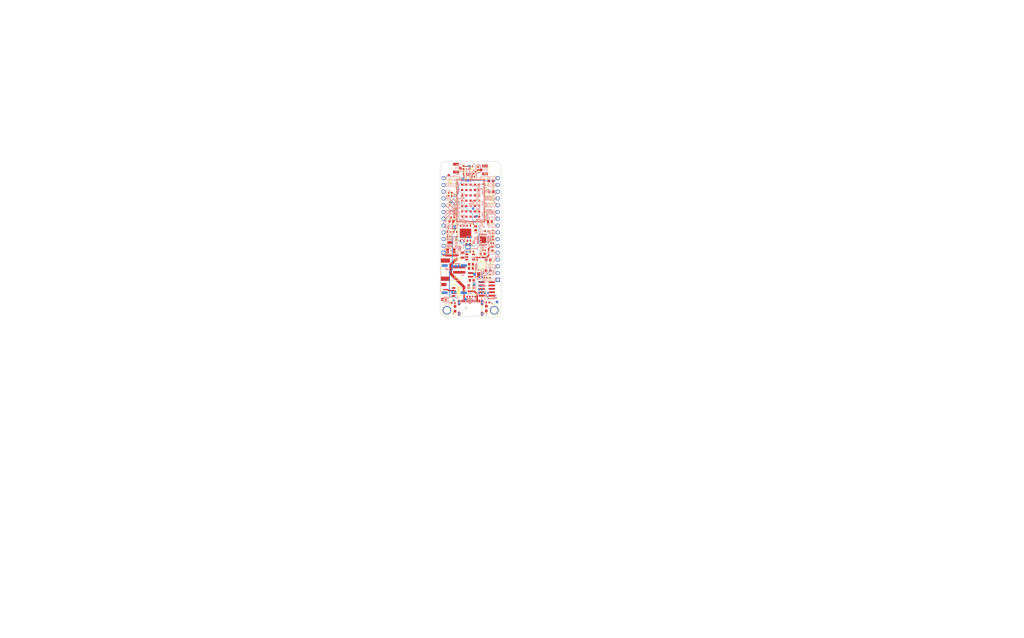
<source format=kicad_pcb>
(kicad_pcb (version 20211014) (generator pcbnew)
  (layers (0 "F.Cu" signal) (1 "In1.Cu" signal) (2 "In2.Cu" signal) (31 "B.Cu" signal) (34 "B.Paste" user) (35 "F.Paste" user) (36 "B.SilkS" user "B.Silkscreen") (37 "F.SilkS" user "F.Silkscreen") (38 "B.Mask" user) (39 "F.Mask" user) (44 "Edge.Cuts" user))
  (net 0 "")
  (net 1 "GND")
  (net 2 "+3V3")
  (net 3 "VBUS")
  (net 4 "P0.27/SCL")
  (net 5 "P0.26/SDA")
  (net 6 "P0.02/D6")
  (net 7 "P0.01/D5")
  (net 8 "VBAT")
  (net 9 "P0.00/D4")
  (net 10 "~{EN}")
  (net 11 "P0.12/MD")
  (net 12 "~{RESET}")
  (net 13 "VSYS")
  (net 14 "N$1")
  (net 15 "N$2")
  (net 16 "VCC_5V0")
  (net 17 "P0.31/NRF_PS_EN")
  (net 18 "P0.21/COPI")
  (net 19 "P0.22/CIPO")
  (net 20 "P0.19/SCK")
  (net 21 "P0.03/D7")
  (net 22 "P0.04/D8")
  (net 23 "P0.30/D3")
  (net 24 "P0.29/D2")
  (net 25 "P0.13/A0")
  (net 26 "P0.14/A1")
  (net 27 "P0.15/A2")
  (net 28 "P0.16/A3")
  (net 29 "P0.17/A4")
  (net 30 "P0.18/A5")
  (net 31 "P0.24/TX")
  (net 32 "P0.20/VBAT_MEAS")
  (net 33 "N$6")
  (net 34 "N$7")
  (net 35 "VIO")
  (net 36 "SIM_CLK")
  (net 37 "SIM_RST")
  (net 38 "SIM_IO")
  (net 39 "SIM_VCC")
  (net 40 "ANT_FILT")
  (net 41 "ANT")
  (net 42 "N$5")
  (net 43 "N$4")
  (net 44 "FLASH_CS")
  (net 45 "FLASH_WP")
  (net 46 "FLASH_HOLD")
  (net 47 "FLASH_SCK")
  (net 48 "FLASH_SO")
  (net 49 "FLASH_SI")
  (net 50 "P0.25/VBAT_MEAS_EN")
  (net 51 "P0.06/USB_UART_TX")
  (net 52 "P0.05/USB_UART_RX")
  (net 53 "N$8")
  (net 54 "SWCLK")
  (net 55 "SWDIO")
  (net 56 "PROG")
  (net 57 "CHRG")
  (net 58 "N$13")
  (net 59 "P0.23/RX")
  (net 60 "MODE/WAKE")
  (net 61 "DIFF_N")
  (net 62 "DIFF_P")
  (net 63 "CP2102N-VDD")
  (net 64 "CP2102N-~{RST}")
  (net 65 "PS_EN")
  (net 66 "CP212_VBUS")
  (net 67 "GPS")
  (net 68 "COEX0/LNA_EN")
  (net 69 "N$10")
  (net 70 "N$18")
  (net 71 "RTC_INT")
  (net 72 "RTC_PS_EN")
  (net 73 "PS_EN_CC")
  (net 74 "LNA_SW_OUT")
  (net 75 "GPS_ANT")
  (net 76 "N$3")
  (net 77 "N$9")
  (net 78 "SIM_DET")
  (net 79 "N$11")
  (net 80 "N$12")
  (net 81 "NRF_PS_EN_JMP")
  (net 82 "VPP")
  (footprint "boardEagle:R0402-M" (layer "F.Cu") (at 155.6811 118.8836 90)
    (fp_text reference "R13")
    (fp_text value "100k" hide)
  )
  (footprint "boardEagle:DFN10_2P7X2P7-L" (layer "F.Cu") (at 140.8311 106.3436 90)
    (fp_text reference "U8")
    (fp_text value "IC-PCF85063ATL/1" hide)
  )
  (footprint "boardEagle:C0603" (layer "F.Cu") (at 148.6311 114.4336 180)
    (fp_text reference "C5")
    (fp_text value "10u" hide)
  )
  (footprint "boardEagle:MD0" (layer "F.Cu") (at 152.5311 116.8136 90)
    (fp_text reference "U$9" hide)
    (fp_text value "" hide)
  )
  (footprint "boardEagle:R0402-M" (layer "F.Cu") (at 140.3311 102.2936 180)
    (fp_text reference "R3")
    (fp_text value "100k" hide)
  )
  (footprint "boardEagle:CAPC1005X55N" (layer "F.Cu") (at 150.9611 112.3236 -90)
    (fp_text reference "C11")
    (fp_text value "1u" hide)
  )
  (footprint "boardEagle:CAPC1005X55N" (layer "F.Cu") (at 153.5311 109.1336 180)
    (fp_text reference "C16")
    (fp_text value "0.1u" hide)
  )
  (footprint "boardEagle:SAMTEC_FTSH-105-XX-X-DV" (layer "F.Cu") (at 154.5411 123.6436 90)
    (fp_text reference "J8")
    (fp_text value "CON-FTSH-105-XX-X-DV")
  )
  (footprint "boardEagle:DSK0010A" (layer "F.Cu") (at 151.5311 118.3936)
    (fp_text reference "U3")
    (fp_text value "IC-TPS63031DSKR" hide)
  )
  (footprint "boardEagle:IND0402_22N_TAI" (layer "F.Cu") (at 145.8311 78.1436 -90)
    (fp_text reference "L4")
    (fp_text value "68n" hide)
  )
  (footprint "boardEagle:C0603" (layer "F.Cu") (at 141.3311 98.2936 180)
    (fp_text reference "C3")
    (fp_text value "4.7u" hide)
  )
  (footprint "boardEagle:R0402-M" (layer "F.Cu") (at 156.8311 102.2936 -90)
    (fp_text reference "R16")
    (fp_text value "33k" hide)
  )
  (footprint "boardEagle:R0402-M" (layer "F.Cu") (at 140.7311 91.7136 -90)
    (fp_text reference "R1")
    (fp_text value "100k" hide)
  )
  (footprint "boardEagle:PLACEHOLDER" (layer "F.Cu") (at 124.145432 139.2936)
    (fp_text reference "PCB1")
    (fp_text value "PCB-NRF91-FEATHER" hide)
  )
  (footprint "boardEagle:WIN_ZP-8-L" (layer "F.Cu") (at 146.5811 102.7936 -90)
    (fp_text reference "U6")
    (fp_text value "FLASH-WSON" hide)
  )
  (footprint "boardEagle:CAPC1005X55N" (layer "F.Cu") (at 140.2811 103.9936)
    (fp_text reference "C17")
    (fp_text value "0.1u" hide)
  )
  (footprint "boardEagle:R0402-M" (layer "F.Cu") (at 142.7811 100.5136 -90)
    (fp_text reference "R10")
    (fp_text value "100k" hide)
  )
  (footprint "boardEagle:SOT23" (layer "F.Cu") (at 144.3811 110.9936 90)
    (fp_text reference "Q3")
    (fp_text value "MOSFET-P-20V-4.7A-SOT23" hide)
  )
  (footprint "boardEagle:CON-HEADER-1X12-MALE-PIN" (layer "F.Cu") (at 138.3411 110.0836 90)
    (fp_text reference "J2")
    (fp_text value "CON-HEADER-1X12-MALE-PIN" hide)
  )
  (footprint "" (layer "F.Cu") (at 157.3911 78.3336)
    (fp_text reference "@HOLE1" hide)
    (fp_text value "")
  )
  (footprint "boardEagle:TE_1909763-1" (layer "F.Cu") (at 153.9311 79.0436 -90)
    (fp_text reference "J4")
    (fp_text value "CON-1909763-1" hide)
  )
  (footprint "boardEagle:CAPC1005X55N" (layer "F.Cu") (at 156.6311 106.4936)
    (fp_text reference "C14")
    (fp_text value "0.1u" hide)
  )
  (footprint "boardEagle:C0603" (layer "F.Cu") (at 147.6311 106.9936 180)
    (fp_text reference "C10")
    (fp_text value "4.7u" hide)
  )
  (footprint "boardEagle:NORDIC_NRF9160-SICA-R" (layer "F.Cu") (at 148.5011 90.5936 90)
    (fp_text reference "U1")
    (fp_text value "MOD-NRF9160-SICA-R" hide)
  )
  (footprint "boardEagle:C0603" (layer "F.Cu") (at 150.4011 100.9636 -90)
    (fp_text reference "C9")
    (fp_text value "4.7u" hide)
  )
  (footprint "boardEagle:LED-0603" (layer "F.Cu") (at 142.653681 131.116425 -90)
    (fp_text reference "D3")
    (fp_text value "BLUE" hide)
  )
  (footprint "boardEagle:CON-HEADER-1X16-MALE-PIN" (layer "F.Cu") (at 158.6611 120.2436 90)
    (fp_text reference "J3")
    (fp_text value "CON-HEADER-1X16-MALE-PIN" hide)
  )
  (footprint "boardEagle:QWIIC_4MM" (layer "F.Cu") (at 144.0111 124.6436 90)
    (fp_text reference "U$6" hide)
    (fp_text value "" hide)
  )
  (footprint "boardEagle:R0402-M" (layer "F.Cu") (at 154.5111 102.0136 180)
    (fp_text reference "R4")
    (fp_text value "1k" hide)
  )
  (footprint "boardEagle:QFN50P400X400X80-25N" (layer "F.Cu") (at 153.1311 105.2336 90)
    (fp_text reference "U5")
    (fp_text value "IC-CP2102N-A02-GQFN24R")
  )
  (footprint "boardEagle:C0603" (layer "F.Cu") (at 156.6311 108.6336 -90)
    (fp_text reference "C13")
    (fp_text value "4.7u" hide)
  )
  (footprint "boardEagle:FIDUCIAL-1MM" (layer "F.Cu") (at 158.4311 128.5436 90)
    (fp_text reference "U$24" hide)
    (fp_text value "FIDUCIAL-1MM" hide)
  )
  (footprint "boardEagle:SOT23-5" (layer "F.Cu") (at 148.3311 111.7136 -90)
    (fp_text reference "U2")
    (fp_text value "MCP73831")
  )
  (footprint "boardEagle:JST-2-SMD" (layer "F.Cu") (at 140.5509 116.4336 90)
    (fp_text reference "J5")
    (fp_text value "")
  )
  (footprint "boardEagle:SOD-323" (layer "F.Cu") (at 147.7811 123.4136 -90)
    (fp_text reference "D5")
    (fp_text value "1A/23V/620mV")
  )
  (footprint "boardEagle:R0402-M" (layer "F.Cu") (at 140.8811 87.6436 180)
    (fp_text reference "R17")
    (fp_text value "10k" hide)
  )
  (footprint "boardEagle:CAPC1005X55N" (layer "F.Cu") (at 149.9811 80.0936 -140)
    (fp_text reference "C1")
    (fp_text value "15p" hide)
  )
  (footprint "boardEagle:MOUNTING-HOLE-2.5MM-PLATED" (layer "F.Cu") (at 157.3911 131.6736)
    (fp_text reference "U$32" hide)
    (fp_text value "MOUNTING-HOLE-2.5MM-PLATED" hide)
  )
  (footprint "boardEagle:MOUNTING-HOLE-2.5MM-PLATED" (layer "F.Cu") (at 139.6111 131.6736)
    (fp_text reference "U$31" hide)
    (fp_text value "MOUNTING-HOLE-2.5MM-PLATED" hide)
  )
  (footprint "boardEagle:R0402-M" (layer "F.Cu") (at 154.900062 128.707375)
    (fp_text reference "R14")
    (fp_text value "330" hide)
  )
  (footprint "boardEagle:A3L-LOC" (layer "F.Cu") (at -27.6489 254.3436)
    (fp_text reference "U$5" hide)
    (fp_text value "" hide)
  )
  (footprint "boardEagle:IND0402_22N_TAI" (layer "F.Cu") (at 151.2811 78.4936 -90)
    (fp_text reference "L1")
    (fp_text value "39n" hide)
  )
  (footprint "boardEagle:R0402-M" (layer "F.Cu") (at 156.8311 104.5336 -90)
    (fp_text reference "R15")
    (fp_text value "22k" hide)
  )
  (footprint "boardEagle:RST0" (layer "F.Cu") (at 156.2311 92.5136 90)
    (fp_text reference "U$7" hide)
    (fp_text value "" hide)
  )
  (footprint "boardEagle:LED-0603" (layer "F.Cu") (at 154.382887 131.009538 -90)
    (fp_text reference "D4")
    (fp_text value "Yellow" hide)
  )
  (footprint "boardEagle:USB-C-16P_4LAYER-PADS" (layer "F.Cu") (at 148.5011 127.8636)
    (fp_text reference "J1")
    (fp_text value "USB Female C" hide)
  )
  (footprint "boardEagle:TACTILE_SWITCH_SMD_4.6X2.8MM" (layer "F.Cu") (at 155.0911 114.8336 90)
    (fp_text reference "SW2")
    (fp_text value "" hide)
  )
  (footprint "boardEagle:R0402-M" (layer "F.Cu") (at 142.7311 102.2936 180)
    (fp_text reference "R8")
    (fp_text value "100k" hide)
  )
  (footprint "boardEagle:0402-TIGHT" (layer "F.Cu") (at 149.7311 126.5136)
    (fp_text reference "R20")
    (fp_text value "5.1k")
  )
  (footprint "boardEagle:IND-2P0X2P0X1P2" (layer "F.Cu") (at 148.5311 118.3936 90)
    (fp_text reference "L2")
    (fp_text value "1.5u" hide)
  )
  (footprint "boardEagle:CAPC1005X55N" (layer "F.Cu") (at 145.8311 80.1436 90)
    (fp_text reference "C12")
    (fp_text value "56p" hide)
  )
  (footprint "boardEagle:R0402-M" (layer "F.Cu") (at 141.7311 96.8936 180)
    (fp_text reference "R9")
    (fp_text value "1M" hide)
  )
  (footprint "boardEagle:R0402-M" (layer "F.Cu") (at 142.041475 128.929782 180)
    (fp_text reference "R11")
    (fp_text value "330" hide)
  )
  (footprint "boardEagle:DIO_RB558WMF-L" (layer "F.Cu") (at 143.4311 107.0436)
    (fp_text reference "Q1")
    (fp_text value "MOSFET-P-SC89" hide)
  )
  (footprint "boardEagle:CAPC1005X55N" (layer "F.Cu") (at 154.0811 119.4436)
    (fp_text reference "C6")
    (fp_text value "0.1u" hide)
  )
  (footprint "boardEagle:SFE_LOGO_FLAME_.1" (layer "F.Cu") (at 140.7811 83.5636 45)
    (fp_text reference "U$15" hide)
    (fp_text value "" hide)
  )
  (footprint "boardEagle:R0402-M" (layer "F.Cu") (at 148.9811 109.6336)
    (fp_text reference "R12")
    (fp_text value "2k" hide)
  )
  (footprint "boardEagle:SOT363" (layer "F.Cu") (at 147.6311 79.5936 180)
    (fp_text reference "U4")
    (fp_text value "POWER-SWITCH-MIC94092YC6" hide)
  )
  (footprint "boardEagle:TACTILE_SWITCH_SMD_4.6X2.8MM" (layer "F.Cu") (at 156.1311 85.2336 90)
    (fp_text reference "SW1")
    (fp_text value "" hide)
  )
  (footprint "boardEagle:C0603" (layer "F.Cu") (at 155.7311 98.3936)
    (fp_text reference "C8")
    (fp_text value "4.7u" hide)
  )
  (footprint "" (layer "F.Cu") (at 139.6111 78.3336)
    (fp_text reference "@HOLE0" hide)
    (fp_text value "")
  )
  (footprint "boardEagle:C0603" (layer "F.Cu") (at 153.0311 110.5136 180)
    (fp_text reference "C15")
    (fp_text value "4.7u" hide)
  )
  (footprint "boardEagle:TE_1909763-1" (layer "F.Cu") (at 143.0311 78.3936 90)
    (fp_text reference "J7")
    (fp_text value "CON-1909763-1" hide)
  )
  (footprint "boardEagle:C0603" (layer "F.Cu") (at 148.6311 115.9836 180)
    (fp_text reference "C4")
    (fp_text value "10u" hide)
  )
  (footprint "boardEagle:SOD-323" (layer "F.Cu") (at 149.6811 123.4136 -90)
    (fp_text reference "D6")
    (fp_text value "1A/23V/620mV")
  )
  (footprint "boardEagle:JST04_1MM_RA" (layer "F.Cu") (at 142.1511 124.8156 -90)
    (fp_text reference "J10")
    (fp_text value "QWIIC_RIGHT_ANGLE")
  )
  (footprint "boardEagle:0402-TIGHT" (layer "F.Cu") (at 147.7311 126.5136 180)
    (fp_text reference "R21")
    (fp_text value "5.1k")
  )
  (footprint "boardEagle:SOT50P160X60-6N" (layer "F.Cu") (at 140.9811 100.5936)
    (fp_text reference "Q2")
    (fp_text value "MOSFET-DUAL-COMP-SOT563" hide)
  )
  (footprint "boardEagle:XTAL320X150X90" (layer "F.Cu") (at 141.0811 109.3936 180)
    (fp_text reference "Y1")
    (fp_text value "XTAL-ABS07AIG-32.768KHZ-7-T" hide)
  )
  (footprint "boardEagle:C0603" (layer "F.Cu") (at 148.9311 120.4336 180)
    (fp_text reference "C7")
    (fp_text value "10u" hide)
  )
  (footprint "boardEagle:CAPC1005X55N" (layer "F.Cu") (at 149.4811 81.5936)
    (fp_text reference "C2")
    (fp_text value "15p" hide)
  )
  (footprint "boardEagle:CAPC1005X55N" (layer "F.Cu") (at 148.7311 77.7436)
    (fp_text reference "C19")
    (fp_text value "56p" hide)
  )
  (footprint "boardEagle:R0402-M" (layer "F.Cu") (at 143.1811 104.6936 90)
    (fp_text reference "R6")
    (fp_text value "100k" hide)
  )
  (footprint "boardEagle:FIDUCIAL-1MM" (layer "F.Cu") (at 140.2981 81.0396)
    (fp_text reference "U$35" hide)
    (fp_text value "FIDUCIAL-1MM" hide)
  )
  (footprint "boardEagle:R0402-M" (layer "F.Cu") (at 140.8811 88.8436 180)
    (fp_text reference "R18")
    (fp_text value "10k" hide)
  )
  (footprint "boardEagle:TP-1P0" (layer "B.Cu") (at 146.5611 127.4936)
    (fp_text reference "TP6")
    (fp_text value "TP-1SIDE-1P0" hide)
  )
  (footprint "boardEagle:PQFN50P200X200100-12N" (layer "B.Cu") (at 147.4811 107.7636 -90)
    (fp_text reference "U12")
    (fp_text value "IC-LIS2DH12TR")
  )
  (footprint "boardEagle:SCL#11" (layer "B.Cu") (at 144.4117 84.6836 180)
    (fp_text reference "U$12" hide)
    (fp_text value "" hide)
  )
  (footprint "boardEagle:614" (layer "B.Cu") (at 141.229081 97.3836 180)
    (fp_text reference "U$91" hide)
    (fp_text value "" hide)
  )
  (footprint "boardEagle:VUSB25" (layer "B.Cu") (at 144.305018 105.0036 180)
    (fp_text reference "U$73" hide)
    (fp_text value "" hide)
  )
  (footprint "boardEagle:CIPO0" (layer "B.Cu") (at 158.376618 89.7636 180)
    (fp_text reference "U$19" hide)
    (fp_text value "" hide)
  )
  (footprint "boardEagle:SDA#00" (layer "B.Cu") (at 144.8943 82.1436 180)
    (fp_text reference "U$13" hide)
    (fp_text value "" hide)
  )
  (footprint "boardEagle:MD0" (layer "B.Cu") (at 158.376618 115.1636 180)
    (fp_text reference "U$14" hide)
    (fp_text value "" hide)
  )
  (footprint "boardEagle:412" (layer "B.Cu") (at 141.267181 92.3036 180)
    (fp_text reference "U$89" hide)
    (fp_text value "" hide)
  )
  (footprint "boardEagle:LOGO-CIRCUITDOJO" (layer "B.Cu") (at 146.7411 87.3136 -90)
    (fp_text reference "U$2" hide)
    (fp_text value "" hide)
  )
  (footprint "boardEagle:3V314" (layer "B.Cu") (at 158.417259 117.7036 180)
    (fp_text reference "U$71" hide)
    (fp_text value "" hide)
  )
  (footprint "boardEagle:TP-1P0" (layer "B.Cu") (at 150.6911 96.4136 -90)
    (fp_text reference "TP4")
    (fp_text value "TP-1SIDE-1P0" hide)
  )
  (footprint "boardEagle:TP-1P0" (layer "B.Cu") (at 145.6311 82.3936 -90)
    (fp_text reference "TP1")
    (fp_text value "TP-1SIDE-1P0" hide)
  )
  (footprint "boardEagle:R0402-M" (layer "B.Cu") (at 152.2811 119.2636)
    (fp_text reference "R5")
    (fp_text value "100k" hide)
  )
  (footprint "boardEagle:SCK0" (layer "B.Cu") (at 158.376618 94.8436 180)
    (fp_text reference "U$18" hide)
    (fp_text value "" hide)
  )
  (footprint "boardEagle:TP-1P0" (layer "B.Cu") (at 142.1511 127.9836 -90)
    (fp_text reference "TP3")
    (fp_text value "TP-1SIDE-1P0" hide)
  )
  (footprint "boardEagle:VBAT27" (layer "B.Cu") (at 144.3482 110.0836 180)
    (fp_text reference "U$75" hide)
    (fp_text value "" hide)
  )
  (footprint "boardEagle:30" (layer "B.Cu") (at 141.267181 89.7636 180)
    (fp_text reference "U$11" hide)
    (fp_text value "" hide)
  )
  (footprint "boardEagle:TP-1P0" (layer "B.Cu") (at 149.4311 93.5436 -90)
    (fp_text reference "TP5")
    (fp_text value "TP-1SIDE-1P0" hide)
  )
  (footprint "boardEagle:JUMPER-ROUND-3-NO-R" (layer "B.Cu") (at 142.4811 100.7136 90)
    (fp_text reference "JMP2")
    (fp_text value "JUMPER-3/1" hide)
  )
  (footprint "boardEagle:513" (layer "B.Cu") (at 141.1859 94.8436 180)
    (fp_text reference "U$90" hide)
    (fp_text value "" hide)
  )
  (footprint "boardEagle:RX0" (layer "B.Cu") (at 158.376618 87.2236 180)
    (fp_text reference "U$17" hide)
    (fp_text value "" hide)
  )
  (footprint "boardEagle:A47" (layer "B.Cu") (at 158.374081 99.9236 180)
    (fp_text reference "U$84" hide)
    (fp_text value "" hide)
  )
  (footprint "boardEagle:#RESET15" (layer "B.Cu") (at 158.5341 120.2436 180)
    (fp_text reference "U$72" hide)
    (fp_text value "" hide)
  )
  (footprint "boardEagle:20" (layer "B.Cu") (at 141.267181 87.2236 180)
    (fp_text reference "U$10" hide)
    (fp_text value "" hide)
  )
  (footprint "boardEagle:R0402-M" (layer "B.Cu") (at 154.4262 125.2221)
    (fp_text reference "R19")
    (fp_text value "1M" hide)
  )
  (footprint "boardEagle:816" (layer "B.Cu") (at 141.224 102.4636 180)
    (fp_text reference "U$93" hide)
    (fp_text value "" hide)
  )
  (footprint "boardEagle:TX0" (layer "B.Cu") (at 158.376618 84.6836 180)
    (fp_text reference "U$16" hide)
    (fp_text value "" hide)
  )
  (footprint "boardEagle:R0402-M" (layer "B.Cu") (at 152.1611 123.8586 180)
    (fp_text reference "R2")
    (fp_text value "1M" hide)
  )
  (footprint "boardEagle:SOT363" (layer "B.Cu") (at 152.2311 121.7716 180)
    (fp_text reference "U9")
    (fp_text value "IC-BAV70S" hide)
  )
  (footprint "boardEagle:SFE_LOGO_NAME_FLAME_.1" (layer "B.Cu") (at 151.4911 89.9436 -90)
    (fp_text reference "U$1" hide)
    (fp_text value "" hide)
  )
  (footprint "boardEagle:TP-1P0" (layer "B.Cu") (at 147.5311 82.9936 -90)
    (fp_text reference "TP2")
    (fp_text value "TP-1SIDE-1P0" hide)
  )
  (footprint "boardEagle:PS_EN0" (layer "B.Cu") (at 158.376618 82.1436 180)
    (fp_text reference "U$8" hide)
    (fp_text value "" hide)
  )
  (footprint "boardEagle:CAPC1005X55N" (layer "B.Cu") (at 147.4811 109.7636)
    (fp_text reference "C20")
    (fp_text value "0.1u" hide)
  )
  (footprint "boardEagle:FIDUCIAL-1MM" (layer "B.Cu") (at 147.9811 77.5936 -90)
    (fp_text reference "U$3" hide)
    (fp_text value "FIDUCIAL-1MM" hide)
  )
  (footprint "boardEagle:R0402-M" (layer "B.Cu") (at 147.9811 104.3136)
    (fp_text reference "R23")
    (fp_text value "100k" hide)
  )
  (footprint "boardEagle:R0402-M" (layer "B.Cu") (at 152.1896 125.2305 180)
    (fp_text reference "R7")
    (fp_text value "100k" hide)
  )
  (footprint "boardEagle:DIO_RB558WMF-L" (layer "B.Cu") (at 154.2511 126.9236 -90)
    (fp_text reference "Q5")
    (fp_text value "MOSFET-N-SC89" hide)
  )
  (footprint "boardEagle:NRF9160_THING_PLUS0" (layer "B.Cu") (at 152.2911 105.1836 -90)
    (fp_text reference "U$23" hide)
    (fp_text value "" hide)
  )
  (footprint "boardEagle:LTE0" (layer "B.Cu") (at 154.1311 76.5136 -90)
    (fp_text reference "U$22" hide)
    (fp_text value "" hide)
  )
  (footprint "boardEagle:MOLEX_104224-0820" (layer "B.Cu") (at 137.2511 120.0036 90)
    (fp_text reference "J6")
    (fp_text value "CON-SIM-104224-0820" hide)
  )
  (footprint "boardEagle:GPS0" (layer "B.Cu") (at 143.6311 76.6136 -90)
    (fp_text reference "U$21" hide)
    (fp_text value "" hide)
  )
  (footprint "boardEagle:EN26" (layer "B.Cu") (at 142.346681 107.5436 180)
    (fp_text reference "U$74" hide)
    (fp_text value "" hide)
  )
  (footprint "boardEagle:715" (layer "B.Cu") (at 141.22654 99.9236 180)
    (fp_text reference "U$92" hide)
    (fp_text value "" hide)
  )
  (footprint "boardEagle:DIO_RB558WMF-L" (layer "B.Cu") (at 152.3111 117.3036 180)
    (fp_text reference "Q4")
    (fp_text value "MOSFET-N-SC89" hide)
  )
  (footprint "boardEagle:A110" (layer "B.Cu") (at 158.374081 107.5436 180)
    (fp_text reference "U$87" hide)
    (fp_text value "" hide)
  )
  (footprint "boardEagle:FIDUCIAL-1MM" (layer "B.Cu") (at 158.4311 128.5436 -90)
    (fp_text reference "U$4" hide)
    (fp_text value "FIDUCIAL-1MM" hide)
  )
  (footprint "boardEagle:A29" (layer "B.Cu") (at 158.417259 105.0036 180)
    (fp_text reference "U$86" hide)
    (fp_text value "" hide)
  )
  (footprint "boardEagle:GND12" (layer "B.Cu") (at 158.376618 112.6236 180)
    (fp_text reference "U$69" hide)
    (fp_text value "" hide)
  )
  (footprint "boardEagle:OSHW-LOGO-S" (layer "B.Cu") (at 139.4161 127.7136 -90)
    (fp_text reference "LOGO5" hide)
    (fp_text value "OSHW-LOGOS" hide)
  )
  (footprint "boardEagle:A011" (layer "B.Cu") (at 158.417259 110.0836 180)
    (fp_text reference "U$88" hide)
    (fp_text value "" hide)
  )
  (footprint "boardEagle:A56" (layer "B.Cu") (at 158.376618 97.3836 180)
    (fp_text reference "U$83" hide)
    (fp_text value "" hide)
  )
  (footprint "boardEagle:COPI0" (layer "B.Cu") (at 158.376618 92.3036 180)
    (fp_text reference "U$20" hide)
    (fp_text value "" hide)
  )
  (footprint "boardEagle:A38" (layer "B.Cu") (at 158.414718 102.4636 180)
    (fp_text reference "U$85" hide)
    (fp_text value "" hide)
  )
  (footprint "boardEagle:JUMPER-ROUND-NC" (layer "B.Cu") (at 141.2311 91.0636 90)
    (fp_text reference "JMP1")
    (fp_text value "JUMPER-NC" hide)
  )
  (gr_line (start 144.8311 111.7136) (end 144.6311 111.5136) (layer "B.SilkS") (width 0.1524))
  (gr_line (start 144.8311 110.7136) (end 145.8311 110.7136) (layer "B.SilkS") (width 0.1524))
  (gr_line (start 145.8311 110.7136) (end 145.6311 110.5136) (layer "B.SilkS") (width 0.1524))
  (gr_line (start 144.8311 110.7136) (end 144.8311 111.7136) (layer "B.SilkS") (width 0.1524))
  (gr_line (start 144.6311 111.5136) (end 145.0311 111.5136) (layer "B.SilkS") (width 0.1524))
  (gr_line (start 145.6311 110.5136) (end 145.6311 110.9136) (layer "B.SilkS") (width 0.1524))
  (gr_line (start 145.0311 111.5136) (end 144.8311 111.7136) (layer "B.SilkS") (width 0.1524))
  (gr_line (start 145.6311 110.9136) (end 145.8311 110.7136) (layer "B.SilkS") (width 0.1524))
  (gr_circle (center 144.8311 110.7136) (end 144.9811 110.7136) (layer "B.SilkS") (width 0.3) (fill none))
  (gr_arc (start 157.3911 75.7936) (mid 159.187151 76.537549) (end 159.9311 78.3336) (layer "Edge.Cuts") (width 0.1524))
  (gr_line (start 144.3511 134.2136) (end 144.8591 133.9136) (layer "Edge.Cuts") (width 0.1524))
  (gr_line (start 157.3911 75.7936) (end 139.6111 75.7936) (layer "Edge.Cuts") (width 0.1524))
  (gr_line (start 139.6111 134.2136) (end 144.3511 134.2136) (layer "Edge.Cuts") (width 0.1524))
  (gr_line (start 137.0711 78.3336) (end 137.0711 131.6736) (layer "Edge.Cuts") (width 0.1524))
  (gr_arc (start 159.9311 131.6736) (mid 159.187151 133.469651) (end 157.3911 134.2136) (layer "Edge.Cuts") (width 0.1524))
  (gr_line (start 144.8591 133.9136) (end 152.1431 133.9136) (layer "Edge.Cuts") (width 0.1524))
  (gr_arc (start 137.0711 78.3336) (mid 137.815049 76.537549) (end 139.6111 75.7936) (layer "Edge.Cuts") (width 0.1524))
  (gr_line (start 152.6511 134.2136) (end 157.3911 134.2136) (layer "Edge.Cuts") (width 0.1524))
  (gr_line (start 152.1431 133.9136) (end 152.6511 134.2136) (layer "Edge.Cuts") (width 0.1524))
  (gr_line (start 159.9311 131.6736) (end 159.9311 78.3336) (layer "Edge.Cuts") (width 0.1524))
  (gr_arc (start 139.6111 134.2136) (mid 137.815049 133.469651) (end 137.0711 131.6736) (layer "Edge.Cuts") (width 0.1524))
  (gr_text "Y" (at 144.8311 111.7136 -270) (layer "B.SilkS") (effects (font (size 0.48768 0.48768) (thickness 0.12192)) (justify left bottom mirror)))
  (gr_text "Z" (at 145.1311 109.9136 -270) (layer "B.SilkS") (effects (font (size 0.48768 0.48768) (thickness 0.12192)) (justify left bottom mirror)))
  (gr_text "X" (at 146.4311 110.1136 -270) (layer "B.SilkS") (effects (font (size 0.48768 0.48768) (thickness 0.12192)) (justify left bottom mirror)))
  (gr_text "Designed By" (at 143.8111 93.9336 -270) (layer "B.SilkS") (effects (font (size 0.85344 0.85344) (thickness 0.16256)) (justify mirror)))
  (segment (start 145.5011 98.4386) (end 145.5011 99.0236) (width 0.1524) (layer "F.Cu") (net 1))
  (segment (start 143.4061 84.8436) (end 144.1311 84.8436) (width 0.1524) (layer "F.Cu") (net 1))
  (segment (start 150.4811 113.2336) (end 150.1811 113.2336) (width 0.1524) (layer "F.Cu") (net 1))
  (segment (start 148.5011 83.2636) (end 148.6311 83.3936) (width 0.1524) (layer "F.Cu") (net 1))
  (segment (start 142.384 95.1436) (end 141.9811 95.1436) (width 0.254) (layer "F.Cu") (net 1))
  (segment (start 148.5011 82.2236) (end 148.5811 82.1436) (width 0.1524) (layer "F.Cu") (net 1))
  (segment (start 147.6311 80.3936) (end 147.6311 80.894094) (width 0.3) (layer "F.Cu") (net 1))
  (segment (start 143.5511 85.3436) (end 142.9311 85.3436) (width 0.1524) (layer "F.Cu") (net 1))
  (segment (start 148.5011 82.7486) (end 148.5011 82.2236) (width 0.1524) (layer "F.Cu") (net 1))
  (segment (start 146.5011 98.4386) (end 146.5011 98.5736) (width 0.1524) (layer "F.Cu") (net 1))
  (segment (start 148.5011 82.7486) (end 148.5011 83.2636) (width 0.1524) (layer "F.Cu") (net 1))
  (segment (start 145.0011 82.7486) (end 145.0311 82.7786) (width 0.1524) (layer "F.Cu") (net 1))
  (segment (start 152.7911 127.4236) (end 152.4411 127.4236) (width 0.2) (layer "F.Cu") (net 1))
  (segment (start 143.5511 86.8436) (end 142.9311 86.8436) (width 0.1524) (layer "F.Cu") (net 1))
  (segment (start 152.3811 107.1686) (end 152.3811 106.2636) (width 0.254) (layer "F.Cu") (net 1))
  (segment (start 143.4061 85.3436) (end 144.0811 85.3436) (width 0.1524) (layer "F.Cu") (net 1))
  (segment (start 148.0011 82.7486) (end 148.0011 82.2236) (width 0.1524) (layer "F.Cu") (net 1))
  (segment (start 146.5011 98.4386) (end 146.5011 97.9236) (width 0.1524) (layer "F.Cu") (net 1))
  (segment (start 145.5011 82.7486) (end 145.5011 83.2636) (width 0.1524) (layer "F.Cu") (net 1))
  (segment (start 143.4061 85.8436) (end 143.5511 85.8436) (width 0.1524) (layer "F.Cu") (net 1))
  (segment (start 146.4811 82.8236) (end 146.4811 82.2936) (width 0.1524) (layer "F.Cu") (net 1))
  (segment (start 143.084 95.8436) (end 142.9396 95.6992) (width 0.3048) (layer "F.Cu") (net 1))
  (segment (start 144.0311 84.3436) (end 144.0811 84.2936) (width 0.1524) (layer "F.Cu") (net 1))
  (segment (start 145.9811 98.4936) (end 145.9811 99.0936) (width 0.1524) (layer "F.Cu") (net 1))
  (segment (start 145.5011 99.0236) (end 145.4311 99.0936) (width 0.1524) (layer "F.Cu") (net 1))
  (segment (start 143.4061 85.8436) (end 142.9311 85.8436) (width 0.1524) (layer "F.Cu") (net 1))
  (segment (start 146.4811 98.5936) (end 146.4811 99.0936) (width 0.1524) (layer "F.Cu") (net 1))
  (segment (start 146.0011 97.8236) (end 146.0311 97.7936) (width 0.1524) (layer "F.Cu") (net 1))
  (segment (start 147.0311 82.8736) (end 147.0311 83.4436) (width 0.1524) (layer "F.Cu") (net 1))
  (segment (start 143.5511 87.3436) (end 142.9311 87.3436) (width 0.1524) (layer "F.Cu") (net 1))
  (segment (start 148.0011 82.7486) (end 148.0311 82.8736) (width 0.1524) (layer "F.Cu") (net 1))
  (segment (start 154.3011 86.8436) (end 154.4963 86.6484) (width 0.2032) (layer "F.Cu") (net 1))
  (segment (start 142.6167 93.7292) (end 142.5311 93.6436) (width 0.3048) (layer "F.Cu") (net 1))
  (segment (start 142.7311 91.8936) (end 142.7129 91.9118) (width 0.1524) (layer "F.Cu") (net 1))
  (segment (start 142.874275 93.8436) (end 142.759875 93.7292) (width 0.3048) (layer "F.Cu") (net 1))
  (segment (start 146.4811 98.4936) (end 146.4811 98.5936) (width 0.1524) (layer "F.Cu") (net 1))
  (segment (start 142.8811 83.8436) (end 143.4061 83.8436) (width 0.1524) (layer "F.Cu") (net 1))
  (segment (start 147.0011 82.7486) (end 147.0011 82.2236) (width 0.1524) (layer "F.Cu") (net 1))
  (segment (start 147.8967 127.348) (end 147.6629 127.348) (width 0.1524) (layer "F.Cu") (net 1))
  (segment (start 154.762156 86.4136) (end 154.527356 86.6484) (width 0.2032) (layer "F.Cu") (net 1))
  (segment (start 143.5511 84.8436) (end 142.9311 84.8436) (width 0.1524) (layer "F.Cu") (net 1))
  (segment (start 148.2311 126.5136) (end 148.2311 127.0136) (width 0.1524) (layer "F.Cu") (net 1))
  (segment (start 143.4061 84.3436) (end 144.0311 84.3436) (width 0.1524) (layer "F.Cu") (net 1))
  (segment (start 147.6311 80.894094) (end 147.2867 81.238494) (width 0.3) (layer "F.Cu") (net 1))
  (segment (start 143.4061 91.8436) (end 143.3561 91.8936) (width 0.1524) (layer "F.Cu") (net 1))
  (segment (start 153.1311 105.5136) (end 153.1311 105.2336) (width 0.2032) (layer "F.Cu") (net 1))
  (segment (start 143.4061 87.8436) (end 144.0811 87.8436) (width 0.1524) (layer "F.Cu") (net 1))
  (segment (start 145.5011 82.7486) (end 145.5011 82.2236) (width 0.1524) (layer "F.Cu") (net 1))
  (segment (start 143.5511 86.3436) (end 142.9311 86.3436) (width 0.1524) (layer "F.Cu") (net 1))
  (segment (start 143.3561 91.8936) (end 142.7311 91.8936) (width 0.1524) (layer "F.Cu") (net 1))
  (segment (start 142.6311 92.7436) (end 142.641762 92.7436) (width 0.1524) (layer "F.Cu") (net 1))
  (segment (start 145.0311 82.7786) (end 145.0311 83.4936) (width 0.1524) (layer "F.Cu") (net 1))
  (segment (start 142.7129 92.672463) (end 142.641762 92.7436) (width 0.1524) (layer "F.Cu") (net 1))
  (segment (start 145.0011 82.7486) (end 145.0011 81.9236) (width 0.1524) (layer "F.Cu") (net 1))
  (segment (start 148.0311 82.8736) (end 148.0311 83.3936) (width 0.1524) (layer "F.Cu") (net 1))
  (segment (start 154.4963 86.6484) (end 154.527356 86.6484) (width 0.2032) (layer "F.Cu") (net 1))
  (segment (start 142.759875 93.7292) (end 142.6167 93.7292) (width 0.3048) (layer "F.Cu") (net 1))
  (segment (start 146.5011 97.9236) (end 146.5311 97.8936) (width 0.1524) (layer "F.Cu") (net 1))
  (segment (start 152.3811 106.2636) (end 153.1311 105.5136) (width 0.254) (layer "F.Cu") (net 1))
  (segment (start 145.5011 97.8236) (end 145.5311 97.7936) (width 0.1524) (layer "F.Cu") (net 1))
  (segment (start 145.0311 81.8936) (end 145.0011 81.9236) (width 0.1524) (layer "F.Cu") (net 1))
  (segment (start 143.4061 95.8436) (end 143.084 95.8436) (width 0.3048) (layer "F.Cu") (net 1))
  (segment (start 143.4061 87.8436) (end 142.8811 87.8436) (width 0.1524) (layer "F.Cu") (net 1))
  (segment (start 143.5511 84.3436) (end 142.9311 84.3436) (width 0.1524) (layer "F.Cu") (net 1))
  (segment (start 152.8191 128.2886) (end 152.8191 128.7786) (width 0.2) (layer "F.Cu") (net 1))
  (segment (start 147.5011 98.4386) (end 147.5011 97.9236) (width 0.1524) (layer "F.Cu") (net 1))
  (segment (start 151.7261 128.2036) (end 152.7341 128.2036) (width 0.2) (layer "F.Cu") (net 1))
  (segment (start 145.5011 82.2236) (end 145.5311 82.1936) (width 0.1524) (layer "F.Cu") (net 1))
  (segment (start 153.5961 86.8436) (end 154.3011 86.8436) (width 0.2032) (layer "F.Cu") (net 1))
  (segment (start 145.5011 98.4386) (end 145.5011 97.8236) (width 0.1524) (layer "F.Cu") (net 1))
  (segment (start 146.0011 98.4386) (end 146.0011 97.8236) (width 0.1524) (layer "F.Cu") (net 1))
  (segment (start 147.0011 97.9236) (end 147.0311 97.8936) (width 0.1524) (layer "F.Cu") (net 1))
  (segment (start 147.0011 98.4386) (end 147.0311 98.4686) (width 0.1524) (layer "F.Cu") (net 1))
  (segment (start 147.0011 82.7486) (end 147.0311 82.8736) (width 0.1524) (layer "F.Cu") (net 1))
  (segment (start 148.2311 127.0136) (end 147.8967 127.348) (width 0.1524) (layer "F.Cu") (net 1))
  (segment (start 147.5011 97.9236) (end 147.5311 97.8936) (width 0.1524) (layer "F.Cu") (net 1))
  (segment (start 143.4061 93.8436) (end 142.874275 93.8436) (width 0.3048) (layer "F.Cu") (net 1))
  (segment (start 146.7811 81.7436) (end 146.7811 81.7936) (width 0.3) (layer "F.Cu") (net 1))
  (segment (start 153.2311 117.8936) (end 153.4311 117.6936) (width 0.254) (layer "F.Cu") (net 1))
  (segment (start 150.9611 112.7536) (end 150.4811 113.2336) (width 0.1524) (layer "F.Cu") (net 1))
  (segment (start 144.0811 85.3436) (end 144.1311 85.3936) (width 0.1524) (layer "F.Cu") (net 1))
  (segment (start 148.0011 82.2236) (end 148.0311 82.1936) (width 0.1524) (layer "F.Cu") (net 1))
  (segment (start 142.9396 95.6992) (end 142.384 95.1436) (width 0.254) (layer "F.Cu") (net 1))
  (segment (start 143.8811 83.8436) (end 143.9811 83.7436) (width 0.1524) (layer "F.Cu") (net 1))
  (segment (start 143.4061 83.8436) (end 143.8811 83.8436) (width 0.1524) (layer "F.Cu") (net 1))
  (segment (start 146.4811 82.8636) (end 146.4811 83.6436) (width 0.1524) (layer "F.Cu") (net 1))
  (segment (start 146.5011 82.7486) (end 146.4811 82.8636) (width 0.1524) (layer "F.Cu") (net 1))
  (segment (start 146.5011 82.7486) (end 146.4811 82.8236) (width 0.1524) (layer "F.Cu") (net 1))
  (segment (start 147.0311 98.4686) (end 147.0311 99.1936) (width 0.1524) (layer "F.Cu") (net 1))
  (segment (start 146.5011 98.5736) (end 146.4811 98.5936) (width 0.1524) (layer "F.Cu") (net 1))
  (segment (start 155.4311 86.4136) (end 154.762156 86.4136) (width 0.2032) (layer "F.Cu") (net 1))
  (segment (start 142.7129 91.9118) (end 142.7129 92.672463) (width 0.1524) (layer "F.Cu") (net 1))
  (segment (start 152.7341 128.2036) (end 152.8191 128.2886) (width 0.2) (layer "F.Cu") (net 1))
  (segment (start 147.0011 98.4386) (end 147.0011 97.9236) (width 0.1524) (layer "F.Cu") (net 1))
  (via blind (at 146.7811 81.7936) (size 0.4572) (drill 0.254) (layers "F.Cu" "In1.Cu") (net 1))
  (via blind (at 152.1811 79.9936) (size 0.4572) (drill 0.254) (layers "F.Cu" "In1.Cu") (net 1))
  (via blind (at 146.5311 99.1936) (size 0.4572) (drill 0.254) (layers "F.Cu" "In1.Cu") (net 1))
  (via blind (at 149.8311 79.0936) (size 0.4572) (drill 0.254) (layers "F.Cu" "In1.Cu") (net 1))
  (via blind (at 145.7811 118.5436) (size 0.4572) (drill 0.254) (layers "F.Cu" "In1.Cu") (net 1))
  (via blind (at 152.1811 78.0936) (size 0.4572) (drill 0.254) (layers "F.Cu" "In1.Cu") (net 1))
  (via blind (at 139.5311 115.9436) (size 0.4572) (drill 0.254) (layers "F.Cu" "In1.Cu") (net 1))
  (via blind (at 140.6311 99.4436) (size 0.4572) (drill 0.254) (layers "F.Cu" "In1.Cu") (net 1))
  (via blind (at 139.3311 98.5436) (size 0.4572) (drill 0.254) (layers "F.Cu" "In1.Cu") (net 1))
  (via blind (at 150.8311 102.5936) (size 0.4572) (drill 0.254) (layers "F.Cu" "In1.Cu") (net 1))
  (via blind (at 141.9811 95.1436) (size 0.4572) (drill 0.254) (layers "F.Cu" "In1.Cu") (net 1))
  (via blind (at 141.9311 93.6436) (size 0.4572) (drill 0.254) (layers "F.Cu" "In1.Cu") (net 1))
  (via blind (at 148.8311 80.3936) (size 0.4572) (drill 0.254) (layers "F.Cu" "In1.Cu") (net 1))
  (via blind (at 159.2311 111.3436) (size 0.4572) (drill 0.254) (layers "F.Cu" "In1.Cu") (net 1))
  (via blind (at 139.5311 116.5436) (size 0.4572) (drill 0.254) (layers "F.Cu" "In1.Cu") (net 1))
  (via blind (at 144.8811 79.4436) (size 0.4572) (drill 0.254) (layers "F.Cu" "In1.Cu") (net 1))
  (via blind (at 155.7311 95.6936) (size 0.4572) (drill 0.254) (layers "F.Cu" "In1.Cu") (net 1))
  (via blind (at 154.5811 95.3436) (size 0.4572) (drill 0.254) (layers "F.Cu" "In1.Cu") (net 1))
  (via blind (at 141.4311 103.3936) (size 0.4572) (drill 0.254) (layers "F.Cu" "In1.Cu") (net 1))
  (via blind (at 150.3811 78.0936) (size 0.4572) (drill 0.254) (layers "F.Cu" "In1.Cu") (net 1))
  (via blind (at 152.1811 77.5436) (size 0.4572) (drill 0.254) (layers "F.Cu" "In1.Cu") (net 1))
  (via blind (at 151.2311 107.9936) (size 0.4572) (drill 0.254) (layers "F.Cu" "In1.Cu") (net 1))
  (via blind (at 150.6811 81.8936) (size 0.4572) (drill 0.254) (layers "F.Cu" "In1.Cu") (net 1))
  (via blind (at 149.3311 90.5436) (size 0.4572) (drill 0.254) (layers "F.Cu" "In1.Cu") (net 1))
  (via blind (at 144.7811 76.8436) (size 0.4572) (drill 0.254) (layers "F.Cu" "In1.Cu") (net 1))
  (via blind (at 143.5311 99.3936) (size 0.4572) (drill 0.254) (layers "F.Cu" "In1.Cu") (net 1))
  (via blind (at 142.6311 92.7436) (size 0.4572) (drill 0.254) (layers "F.Cu" "In1.Cu") (net 1))
  (via blind (at 155.3311 95.3436) (size 0.4572) (drill 0.254) (layers "F.Cu" "In1.Cu") (net 1))
  (via blind (at 140.9311 95.1436) (size 0.4572) (drill 0.254) (layers "F.Cu" "In1.Cu") (net 1))
  (via blind (at 142.5311 93.6436) (size 0.4572) (drill 0.254) (layers "F.Cu" "In1.Cu") (net 1))
  (via blind (at 149.0811 79.8436) (size 0.4572) (drill 0.254) (layers "F.Cu" "In1.Cu") (net 1))
  (via blind (at 149.7811 76.8436) (size 0.4572) (drill 0.254) (layers "F.Cu" "In1.Cu") (net 1))
  (via blind (at 150.4811 77.3436) (size 0.4572) (drill 0.254) (layers "F.Cu" "In1.Cu") (net 1))
  (via blind (at 142.5811 83.0436) (size 0.4572) (drill 0.254) (layers "F.Cu" "In1.Cu") (net 1))
  (via blind (at 150.4311 78.7436) (size 0.4572) (drill 0.254) (layers "F.Cu" "In1.Cu") (net 1))
  (via blind (at 151.1811 77.0936) (size 0.4572) (drill 0.254) (layers "F.Cu" "In1.Cu") (net 1))
  (via blind (at 147.8729 125.458) (size 0.4572) (drill 0.254) (layers "F.Cu" "In1.Cu") (net 1))
  (via blind (at 141.7311 92.5936) (size 0.4572) (drill 0.254) (layers "F.Cu" "In1.Cu") (net 1))
  (via blind (at 149.4811 79.4436) (size 0.4572) (drill 0.254) (layers "F.Cu" "In1.Cu") (net 1))
  (via blind (at 148.6429 125.458) (size 0.4572) (drill 0.254) (layers "F.Cu" "In1.Cu") (net 1))
  (via blind (at 148.1311 79.5936) (size 0.4572) (drill 0.254) (layers "F.Cu" "In1.Cu") (net 1))
  (via blind (at 150.3311 102.6936) (size 0.4572) (drill 0.254) (layers "F.Cu" "In1.Cu") (net 1))
  (via blind (at 143.1311 99.0936) (size 0.4572) (drill 0.254) (layers "F.Cu" "In1.Cu") (net 1))
  (via blind (at 142.3811 81.2936) (size 0.4572) (drill 0.254) (layers "F.Cu" "In1.Cu") (net 1))
  (via blind (at 145.2311 118.5436) (size 0.4572) (drill 0.254) (layers "F.Cu" "In1.Cu") (net 1))
  (via blind (at 140.0311 116.3436) (size 0.4572) (drill 0.254) (layers "F.Cu" "In1.Cu") (net 1))
  (via blind (at 145.8311 108.2936) (size 0.4572) (drill 0.254) (layers "F.Cu" "In1.Cu") (net 1))
  (via blind (at 158.6311 111.3436) (size 0.4572) (drill 0.254) (layers "F.Cu" "In1.Cu") (net 1))
  (via blind (at 150.6811 81.2436) (size 0.4572) (drill 0.254) (layers "F.Cu" "In1.Cu") (net 1))
  (via blind (at 149.2811 85.0436) (size 0.4572) (drill 0.254) (layers "F.Cu" "In1.Cu") (net 1))
  (via blind (at 150.3311 80.7936) (size 0.4572) (drill 0.254) (layers "F.Cu" "In1.Cu") (net 1))
  (via blind (at 148.4811 81.1936) (size 0.4572) (drill 0.254) (layers "F.Cu" "In1.Cu") (net 1))
  (via blind (at 150.7811 80.4436) (size 0.4572) (drill 0.254) (layers "F.Cu" "In1.Cu") (net 1))
  (via blind (at 153.2311 116.8436) (size 0.4572) (drill 0.254) (layers "F.Cu" "In1.Cu") (net 1))
  (via blind (at 153.5311 117.8436) (size 0.4572) (drill 0.254) (layers "F.Cu" "In1.Cu") (net 1))
  (via blind (at 151.8311 95.6436) (size 0.4572) (drill 0.254) (layers "F.Cu" "In1.Cu") (net 1))
  (via blind (at 151.8311 77.1436) (size 0.4572) (drill 0.254) (layers "F.Cu" "In1.Cu") (net 1))
  (via blind (at 157.9311 111.4136) (size 0.4572) (drill 0.254) (layers "F.Cu" "In1.Cu") (net 1))
  (via blind (at 153.5811 120.1936) (size 0.4572) (drill 0.254) (layers "F.Cu" "In1.Cu") (net 1))
  (via blind (at 148.3811 81.7936) (size 0.4572) (drill 0.254) (layers "F.Cu" "In1.Cu") (net 1))
  (via blind (at 153.4311 117.3436) (size 0.4572) (drill 0.254) (layers "F.Cu" "In1.Cu") (net 1))
  (via blind (at 139.0311 116.1436) (size 0.4572) (drill 0.254) (layers "F.Cu" "In1.Cu") (net 1))
  (via blind (at 151.1811 80.0436) (size 0.4572) (drill 0.254) (layers "F.Cu" "In1.Cu") (net 1))
  (via blind (at 146.9811 79.5936) (size 0.4572) (drill 0.254) (layers "F.Cu" "In1.Cu") (net 1))
  (via blind (at 147.6629 127.348) (size 0.4572) (drill 0.254) (layers "F.Cu" "In1.Cu") (net 1))
  (via blind (at 151.6811 79.9936) (size 0.4572) (drill 0.254) (layers "F.Cu" "In1.Cu") (net 1))
  (via blind (at 141.7311 102.9936) (size 0.4572) (drill 0.254) (layers "F.Cu" "In1.Cu") (net 1))
  (segment (start 138.9311 123.9136) (end 138.3311 123.9136) (width 0.508) (layer "F.Cu") (net 2))
  (segment (start 141.6811 98.5936) (end 142.0811 98.1936) (width 0.3048) (layer "F.Cu") (net 2))
  (segment (start 141.4905 99.533388) (end 141.6811 99.342788) (width 0.3048) (layer "F.Cu") (net 2))
  (segment (start 157.9511 126.1836) (end 157.9711 126.1636) (width 0.1524) (layer "F.Cu") (net 2))
  (segment (start 141.6811 98.5936) (end 141.6811 99.342788) (width 0.3048) (layer "F.Cu") (net 2))
  (segment (start 142.1511 124.3156) (end 140.3331 124.3156) (width 0.508) (layer "F.Cu") (net 2))
  (segment (start 141.8405 98.799763) (end 141.8405 99.183388) (width 0.3048) (layer "F.Cu") (net 2))
  (segment (start 139.9311 123.9136) (end 139.5311 123.9136) (width 0.508) (layer "F.Cu") (net 2))
  (segment (start 149.0011 98.4386) (end 149.0011 98.8736) (width 0.1524) (layer "F.Cu") (net 2))
  (segment (start 142.0811 98.1936) (end 141.1811 97.2936) (width 0.1524) (layer "F.Cu") (net 2))
  (segment (start 155.2893 98.6518) (end 155.2893 99.3136) (width 0.3048) (layer "F.Cu") (net 2))
  (segment (start 141.491475 128.929782) (end 140.747281 128.929782) (width 0.1524) (layer "F.Cu") (net 2))
  (segment (start 155.450062 128.707375) (end 156.124875 128.707375) (width 0.1524) (layer "F.Cu") (net 2))
  (segment (start 156.124875 128.707375) (end 156.6311 129.2136) (width 0.1524) (layer "F.Cu") (net 2))
  (segment (start 146.9811 80.8436) (end 146.7811 81.0436) (width 0.254) (layer "F.Cu") (net 2))
  (segment (start 140.3311 88.8436) (end 139.620437 88.8436) (width 0.1524) (layer "F.Cu") (net 2))
  (segment (start 146.9811 80.3936) (end 146.9811 80.8436) (width 0.254) (layer "F.Cu") (net 2))
  (segment (start 149.0011 98.8736) (end 148.7811 99.0936) (width 0.1524) (layer "F.Cu") (net 2))
  (segment (start 143.4061 97.8436) (end 142.6311 97.8436) (width 0.3048) (layer "F.Cu") (net 2))
  (segment (start 139.4779 88.701063) (end 139.620437 88.8436) (width 0.1524) (layer "F.Cu") (net 2))
  (segment (start 140.3331 124.3156) (end 139.9311 123.9136) (width 0.508) (layer "F.Cu") (net 2))
  (segment (start 154.3311 97.8436) (end 154.8561 98.3686) (width 0.3048) (layer "F.Cu") (net 2))
  (segment (start 140.3311 87.6436) (end 140.3311 88.8436) (width 0.1524) (layer "F.Cu") (net 2))
  (segment (start 154.7893 98.6354) (end 154.7893 99.3236) (width 0.3048) (layer "F.Cu") (net 2))
  (segment (start 140.747281 128.929782) (end 140.7311 128.9136) (width 0.1524) (layer "F.Cu") (net 2))
  (segment (start 152.111096 116.493597) (end 150.831096 116.493597) (width 0.1524) (layer "F.Cu") (net 2))
  (segment (start 155.0311 98.3936) (end 155.2893 98.6518) (width 0.3048) (layer "F.Cu") (net 2))
  (segment (start 139.5311 123.9136) (end 138.9311 123.9136) (width 0.508) (layer "F.Cu") (net 2))
  (segment (start 142.6311 97.8436) (end 142.0311 98.2936) (width 0.3048) (layer "F.Cu") (net 2))
  (segment (start 155.0311 98.3936) (end 154.7893 98.6354) (width 0.3048) (layer "F.Cu") (net 2))
  (segment (start 155.0311 98.3936) (end 154.8561 98.3686) (width 0.2032) (layer "F.Cu") (net 2))
  (segment (start 141.491475 128.929782) (end 141.341475 128.779782) (width 0.1524) (layer "F.Cu") (net 2))
  (segment (start 152.5311 117.243597) (end 152.5311 116.9136) (width 0.1524) (layer "F.Cu") (net 2))
  (segment (start 148.7811 99.0936) (end 148.6811 99.0936) (width 0.1524) (layer "F.Cu") (net 2))
  (segment (start 142.0311 98.2936) (end 141.8405 98.799763) (width 0.3048) (layer "F.Cu") (net 2))
  (segment (start 152.5311 116.9136) (end 152.111096 116.493597) (width 0.1524) (layer "F.Cu") (net 2))
  (segment (start 141.1811 97.2936) (end 141.1811 96.8936) (width 0.1524) (layer "F.Cu") (net 2))
  (segment (start 156.4211 126.1836) (end 157.9511 126.1836) (width 0.1524) (layer "F.Cu") (net 2))
  (segment (start 152.6811 117.393597) (end 152.5311 117.243597) (width 0.1524) (layer "F.Cu") (net 2))
  (segment (start 153.5961 97.8436) (end 154.3311 97.8436) (width 0.3048) (layer "F.Cu") (net 2))
  (segment (start 142.0311 98.2936) (end 142.0811 98.1936) (width 0.1524) (layer "F.Cu") (net 2))
  (segment (start 146.7811 81.1436) (end 146.7811 81.0436) (width 0.254) (layer "F.Cu") (net 2))
  (via blind (at 150.331096 115.993597) (size 0.4572) (drill 0.254) (layers "F.Cu" "In1.Cu") (net 2))
  (via blind (at 150.8311 115.4936) (size 0.4572) (drill 0.254) (layers "F.Cu" "In1.Cu") (net 2))
  (via blind (at 150.831096 113.993597) (size 0.4572) (drill 0.254) (layers "F.Cu" "In1.Cu") (net 2))
  (via blind (at 149.431096 105.593597) (size 0.4572) (drill 0.254) (layers "F.Cu" "In1.Cu") (net 2))
  (via blind (at 156.6311 129.2136) (size 0.4572) (drill 0.254) (layers "F.Cu" "In1.Cu") (net 2))
  (via blind (at 154.7893 99.3236) (size 0.4572) (drill 0.254) (layers "F.Cu" "In1.Cu") (net 2))
  (via blind (at 141.8405 99.183388) (size 0.4572) (drill 0.254) (layers "F.Cu" "In1.Cu") (net 2))
  (via blind (at 138.3311 123.9136) (size 0.4572) (drill 0.254) (layers "F.Cu" "In1.Cu") (net 2))
  (via blind (at 146.392546 109.352154) (size 0.4572) (drill 0.254) (layers "F.Cu" "In1.Cu") (net 2))
  (via blind (at 138.9311 123.9136) (size 0.4572) (drill 0.254) (layers "F.Cu" "In1.Cu") (net 2))
  (via blind (at 150.831096 115.993597) (size 0.4572) (drill 0.254) (layers "F.Cu" "In1.Cu") (net 2))
  (via blind (at 149.931096 106.693597) (size 0.4572) (drill 0.254) (layers "F.Cu" "In1.Cu") (net 2))
  (via blind (at 150.331096 115.493597) (size 0.4572) (drill 0.254) (layers "F.Cu" "In1.Cu") (net 2))
  (via blind (at 139.4779 88.701063) (size 0.4572) (drill 0.254) (layers "F.Cu" "In1.Cu") (net 2))
  (via blind (at 149.431096 106.593597) (size 0.4572) (drill 0.254) (layers "F.Cu" "In1.Cu") (net 2))
  (via blind (at 150.331096 114.493597) (size 0.4572) (drill 0.254) (layers "F.Cu" "In1.Cu") (net 2))
  (via blind (at 150.831096 114.493597) (size 0.4572) (drill 0.254) (layers "F.Cu" "In1.Cu") (net 2))
  (via blind (at 157.9711 126.1636) (size 0.4572) (drill 0.254) (layers "F.Cu" "In1.Cu") (net 2))
  (via blind (at 149.931096 105.693597) (size 0.4572) (drill 0.254) (layers "F.Cu" "In1.Cu") (net 2))
  (via blind (at 150.331096 114.993597) (size 0.4572) (drill 0.254) (layers "F.Cu" "In1.Cu") (net 2))
  (via blind (at 146.7811 81.1436) (size 0.4572) (drill 0.254) (layers "F.Cu" "In1.Cu") (net 2))
  (via blind (at 150.831096 114.993597) (size 0.4572) (drill 0.254) (layers "F.Cu" "In1.Cu") (net 2))
  (via blind (at 150.331096 116.493597) (size 0.4572) (drill 0.254) (layers "F.Cu" "In1.Cu") (net 2))
  (via blind (at 155.2893 99.3136) (size 0.4572) (drill 0.254) (layers "F.Cu" "In1.Cu") (net 2))
  (via blind (at 141.4905 99.533388) (size 0.4572) (drill 0.254) (layers "F.Cu" "In1.Cu") (net 2))
  (via blind (at 139.5311 123.9136) (size 0.4572) (drill 0.254) (layers "F.Cu" "In1.Cu") (net 2))
  (via blind (at 150.831096 116.493597) (size 0.4572) (drill 0.254) (layers "F.Cu" "In1.Cu") (net 2))
  (via blind (at 140.7311 128.9136) (size 0.4572) (drill 0.254) (layers "F.Cu" "In1.Cu") (net 2))
  (via blind (at 148.6811 99.0936) (size 0.4572) (drill 0.254) (layers "F.Cu" "In1.Cu") (net 2))
  (via blind (at 149.931096 106.193597) (size 0.4572) (drill 0.254) (layers "F.Cu" "In1.Cu") (net 2))
  (via blind (at 149.431096 106.093597) (size 0.4572) (drill 0.254) (layers "F.Cu" "In1.Cu") (net 2))
  (segment (start 150.9629 126.034744) (end 150.9611 126.032944) (width 0.6096) (layer "F.Cu") (net 3))
  (segment (start 156.8311 105.0836) (end 156.8311 105.3136) (width 0.1524) (layer "F.Cu") (net 3))
  (segment (start 150.9611 126.032944) (end 150.9611 125.6436) (width 0.6096) (layer "F.Cu") (net 3))
  (segment (start 149.6811 124.5636) (end 147.7811 124.5636) (width 0.6096) (layer "F.Cu") (net 3))
  (segment (start 146.0311 124.9136) (end 146.0311 122.9636) (width 1.016) (layer "F.Cu") (net 3))
  (segment (start 150.9611 111.8936) (end 154.5511 111.8936) (width 0.55) (layer "F.Cu") (net 3))
  (segment (start 146.0511 128.2036) (end 146.0511 125.9336) (width 0.508) (layer "F.Cu") (net 3))
  (segment (start 142.9811 112.3136) (end 142.9811 112.7636) (width 0.1524) (layer "F.Cu") (net 3))
  (segment (start 150.676068 125.358569) (end 149.8811 124.5636) (width 0.68) (layer "F.Cu") (net 3))
  (segment (start 155.2311 111.2136) (end 155.2311 108.6136) (width 0.55) (layer "F.Cu") (net 3))
  (segment (start 150.9611 111.8936) (end 150.1511 111.8936) (width 0.55) (layer "F.Cu") (net 3))
  (segment (start 142.9811 112.7636) (end 142.9311 112.8136) (width 0.1524) (layer "F.Cu") (net 3))
  (segment (start 154.5511 111.8936) (end 155.2311 111.2136) (width 0.55) (layer "F.Cu") (net 3))
  (segment (start 141.0311 114.6636) (end 143.3081 112.3866) (width 1.016) (layer "F.Cu") (net 3))
  (segment (start 150.1511 111.8936) (end 150.1311 111.9136) (width 0.1524) (layer "F.Cu") (net 3))
  (segment (start 145.6311 111.9436) (end 145.4811 111.9436) (width 0.4064) (layer "F.Cu") (net 3))
  (segment (start 155.9111 107.9336) (end 156.6311 107.9336) (width 0.4064) (layer "F.Cu") (net 3))
  (segment (start 146.0311 122.9636) (end 141.0311 117.9636) (width 1.016) (layer "F.Cu") (net 3))
  (segment (start 150.9511 128.2036) (end 150.9511 127.004257) (width 0.6096) (layer "F.Cu") (net 3))
  (segment (start 149.8811 124.5636) (end 147.7811 124.5636) (width 0.68) (layer "F.Cu") (net 3))
  (segment (start 149.6811 124.5636) (end 149.8811 124.5636) (width 0.1524) (layer "F.Cu") (net 3))
  (segment (start 150.9629 126.992457) (end 150.9629 126.034744) (width 0.6096) (layer "F.Cu") (net 3))
  (segment (start 156.2011 105.9436) (end 156.2011 106.4936) (width 0.1524) (layer "F.Cu") (net 3))
  (segment (start 141.0311 117.9636) (end 141.0311 114.6636) (width 1.016) (layer "F.Cu") (net 3))
  (segment (start 155.2311 108.6136) (end 155.9111 107.9336) (width 0.55) (layer "F.Cu") (net 3))
  (segment (start 150.9611 125.6436) (end 150.676068 125.358569) (width 0.6096) (layer "F.Cu") (net 3))
  (segment (start 156.8311 105.3136) (end 156.2011 105.9436) (width 0.1524) (layer "F.Cu") (net 3))
  (segment (start 150.9511 127.004257) (end 150.9629 126.992457) (width 0.6096) (layer "F.Cu") (net 3))
  (via blind (at 143.3811 112.6136) (size 0.4572) (drill 0.254) (layers "F.Cu" "In1.Cu") (net 3))
  (via blind (at 150.1311 111.9136) (size 0.4572) (drill 0.254) (layers "F.Cu" "In1.Cu") (net 3))
  (via blind (at 149.0311 112.0136) (size 0.4572) (drill 0.254) (layers "F.Cu" "In1.Cu") (net 3))
  (via blind (at 150.676068 125.358569) (size 0.4572) (drill 0.254) (layers "F.Cu" "In1.Cu") (net 3))
  (via blind (at 142.9311 112.8136) (size 0.4572) (drill 0.254) (layers "F.Cu" "In1.Cu") (net 3))
  (via blind (at 142.9811 112.3136) (size 0.4572) (drill 0.254) (layers "F.Cu" "In1.Cu") (net 3))
  (via blind (at 149.5311 111.8136) (size 0.4572) (drill 0.254) (layers "F.Cu" "In1.Cu") (net 3))
  (segment (start 142.2493 88.8436) (end 143.4061 88.8436) (width 0.1524) (layer "F.Cu") (net 4))
  (segment (start 141.3311 105.099) (end 141.3311 104.1936) (width 0.1524) (layer "F.Cu") (net 4))
  (segment (start 141.3311 104.1936) (end 141.5311 103.9936) (width 0.1524) (layer "F.Cu") (net 4))
  (segment (start 141.4609 126.3156) (end 142.1511 126.3156) (width 0.1524) (layer "F.Cu") (net 4))
  (segment (start 142.2129 88.8254) (end 142.2311 88.8254) (width 0.1524) (layer "F.Cu") (net 4))
  (segment (start 141.4311 88.8436) (end 142.2129 88.8254) (width 0.1524) (layer "F.Cu") (net 4))
  (segment (start 141.0311 126.8454) (end 141.0311 126.7454) (width 0.1524) (layer "F.Cu") (net 4))
  (segment (start 141.4609 126.3156) (end 141.0311 126.7454) (width 0.1524) (layer "F.Cu") (net 4))
  (segment (start 142.2311 88.8254) (end 142.2493 88.8436) (width 0.1524) (layer "F.Cu") (net 4))
  (via blind (at 146.503 106.1136) (size 0.4572) (drill 0.254) (layers "F.Cu" "In1.Cu") (net 4))
  (via blind (at 141.5311 103.9936) (size 0.4572) (drill 0.254) (layers "F.Cu" "In1.Cu") (net 4))
  (via blind (at 141.0311 126.8454) (size 0.4572) (drill 0.254) (layers "F.Cu" "In1.Cu") (net 4))
  (via blind (at 142.2311 88.8254) (size 0.4572) (drill 0.254) (layers "F.Cu" "In1.Cu") (net 4))
  (segment (start 141.5311 103.9936) (end 141.6111 103.9136) (width 0.1524) (layer "B.Cu") (net 4))
  (segment (start 141.6111 103.9136) (end 142.5311 103.9136) (width 0.1524) (layer "B.Cu") (net 4))
  (segment (start 141.0311 126.8454) (end 140.4311 126.2454) (width 0.1524) (layer "B.Cu") (net 4))
  (segment (start 140.4311 117.4136) (end 141.5311 116.3136) (width 0.1524) (layer "B.Cu") (net 4))
  (segment (start 140.4311 126.2454) (end 140.4311 117.4136) (width 0.1524) (layer "B.Cu") (net 4))
  (segment (start 141.5311 116.3136) (end 141.5311 103.9936) (width 0.1524) (layer "B.Cu") (net 4))
  (segment (start 144.7311 106.1136) (end 146.503 106.1136) (width 0.1524) (layer "B.Cu") (net 4))
  (segment (start 142.5311 103.9136) (end 144.7311 106.1136) (width 0.1524) (layer "B.Cu") (net 4))
  (segment (start 142.4311 88.3436) (end 142.4311 88.2436) (width 0.1524) (layer "F.Cu") (net 5))
  (segment (start 141.4311 87.6436) (end 141.8311 87.6436) (width 0.1524) (layer "F.Cu") (net 5))
  (segment (start 143.4311 125.8136) (end 143.4311 127.0136) (width 0.1524) (layer "F.Cu") (net 5))
  (segment (start 141.8311 104.532938) (end 141.9653 104.398738) (width 0.1524) (layer "F.Cu") (net 5))
  (segment (start 143.4061 88.3436) (end 142.4311 88.3436) (width 0.1524) (layer "F.Cu") (net 5))
  (segment (start 141.4311 87.6436) (end 141.584246 87.6436) (width 0.1524) (layer "F.Cu") (net 5))
  (segment (start 142.1511 125.3156) (end 142.9331 125.3156) (width 0.1524) (layer "F.Cu") (net 5))
  (segment (start 142.9331 125.3156) (end 143.4311 125.8136) (width 0.1524) (layer "F.Cu") (net 5))
  (segment (start 141.8311 87.6436) (end 142.4311 88.2436) (width 0.1524) (layer "F.Cu") (net 5))
  (segment (start 141.8311 105.099) (end 141.8311 104.532938) (width 0.1524) (layer "F.Cu") (net 5))
  (via blind (at 141.9653 104.398738) (size 0.4572) (drill 0.254) (layers "F.Cu" "In1.Cu") (net 5))
  (via blind (at 143.4311 127.0136) (size 0.4572) (drill 0.254) (layers "F.Cu" "In1.Cu") (net 5))
  (via blind (at 142.4311 88.2436) (size 0.4572) (drill 0.254) (layers "F.Cu" "In1.Cu") (net 5))
  (via blind (at 149.0867 107.1136) (size 0.4572) (drill 0.254) (layers "F.Cu" "In1.Cu") (net 5))
  (segment (start 144.621762 106.504263) (end 145.441762 106.504263) (width 0.1524) (layer "B.Cu") (net 5))
  (segment (start 140.7105 125.693) (end 140.7105 117.529338) (width 0.1524) (layer "B.Cu") (net 5))
  (segment (start 141.9653 104.398738) (end 142.516237 104.398738) (width 0.1524) (layer "B.Cu") (net 5))
  (segment (start 142.0311 127.0136) (end 140.7105 125.693) (width 0.1524) (layer "B.Cu") (net 5))
  (segment (start 141.8105 104.553538) (end 141.8105 116.429338) (width 0.1524) (layer "B.Cu") (net 5))
  (segment (start 143.4311 127.0136) (end 142.0311 127.0136) (width 0.1524) (layer "B.Cu") (net 5))
  (segment (start 140.7105 117.529338) (end 141.8105 116.429338) (width 0.1524) (layer "B.Cu") (net 5))
  (segment (start 146.0511 107.1136) (end 149.0867 107.1136) (width 0.1524) (layer "B.Cu") (net 5))
  (segment (start 142.516237 104.398738) (end 144.621762 106.504263) (width 0.1524) (layer "B.Cu") (net 5))
  (segment (start 145.441762 106.504263) (end 146.0511 107.1136) (width 0.1524) (layer "B.Cu") (net 5))
  (segment (start 141.8105 104.553538) (end 141.9653 104.398738) (width 0.1524) (layer "B.Cu") (net 5))
  (segment (start 138.3411 96.8836) (end 138.3411 97.3836) (width 0.1524) (layer "F.Cu") (net 6))
  (segment (start 143.4061 95.3436) (end 143.0811 95.3436) (width 0.1524) (layer "F.Cu") (net 6))
  (segment (start 143.0811 95.3436) (end 142.4311 94.6936) (width 0.1524) (layer "F.Cu") (net 6))
  (segment (start 142.4311 94.6936) (end 140.5311 94.6936) (width 0.1524) (layer "F.Cu") (net 6))
  (segment (start 140.5311 94.6936) (end 138.3411 96.8836) (width 0.1524) (layer "F.Cu") (net 6))
  (segment (start 138.7705 94.4142) (end 138.3411 94.8436) (width 0.1524) (layer "F.Cu") (net 7))
  (segment (start 143.4061 94.8436) (end 142.976237 94.8436) (width 0.1524) (layer "F.Cu") (net 7))
  (segment (start 142.976237 94.8436) (end 142.546837 94.4142) (width 0.1524) (layer "F.Cu") (net 7))
  (segment (start 142.546837 94.4142) (end 138.7705 94.4142) (width 0.1524) (layer "F.Cu") (net 7))
  (segment (start 141.0811 101.0754) (end 141.0993 101.0936) (width 0.1524) (layer "F.Cu") (net 8))
  (segment (start 138.3411 110.6336) (end 138.3411 110.0836) (width 1.016) (layer "F.Cu") (net 8))
  (segment (start 138.7011 110.9936) (end 143.2811 110.9936) (width 1.016) (layer "F.Cu") (net 8))
  (segment (start 142.7811 101.0636) (end 141.7961 101.0636) (width 0.1524) (layer "F.Cu") (net 8))
  (segment (start 141.0993 101.0936) (end 141.7661 101.0936) (width 0.1524) (layer "F.Cu") (net 8))
  (segment (start 138.3411 110.6336) (end 138.7011 110.9936) (width 1.016) (layer "F.Cu") (net 8))
  (segment (start 141.7961 101.0636) (end 141.7661 101.0936) (width 0.1524) (layer "F.Cu") (net 8))
  (via blind (at 143.8211 114.1936) (size 0.4572) (drill 0.254) (layers "F.Cu" "In1.Cu") (net 8))
  (via blind (at 141.0811 101.0754) (size 0.4572) (drill 0.254) (layers "F.Cu" "In1.Cu") (net 8))
  (via blind (at 144.3211 114.1936) (size 0.4572) (drill 0.254) (layers "F.Cu" "In1.Cu") (net 8))
  (via blind (at 143.3211 114.1936) (size 0.4572) (drill 0.254) (layers "F.Cu" "In1.Cu") (net 8))
  (via blind (at 142.7711 114.1636) (size 0.4572) (drill 0.254) (layers "F.Cu" "In1.Cu") (net 8))
  (segment (start 142.662575 94.1348) (end 142.871375 94.3436) (width 0.1524) (layer "F.Cu") (net 9))
  (segment (start 143.4061 94.3436) (end 142.871375 94.3436) (width 0.1524) (layer "F.Cu") (net 9))
  (segment (start 139.1411 92.3036) (end 140.9723 94.1348) (width 0.1524) (layer "F.Cu") (net 9))
  (segment (start 138.3411 92.3036) (end 139.1411 92.3036) (width 0.1524) (layer "F.Cu") (net 9))
  (segment (start 140.9723 94.1348) (end 142.662575 94.1348) (width 0.1524) (layer "F.Cu") (net 9))
  (via blind (at 152.6511 126.9092) (size 0.4572) (drill 0.254) (layers "F.Cu" "In1.Cu") (net 10))
  (segment (start 153.0011 98.4386) (end 153.0011 100.0236) (width 0.1524) (layer "F.Cu") (net 11))
  (segment (start 153.0011 100.0236) (end 153.4711 100.4936) (width 0.1524) (layer "F.Cu") (net 11))
  (via blind (at 152.984593 111.263) (size 0.4572) (drill 0.254) (layers "F.Cu" "In1.Cu") (net 11))
  (via blind (at 153.4711 100.4936) (size 0.4572) (drill 0.254) (layers "F.Cu" "In1.Cu") (net 11))
  (segment (start 156.9311 87.2836) (end 156.9311 85.2136) (width 0.1524) (layer "F.Cu") (net 12))
  (segment (start 153.5511 92.8936) (end 153.5961 92.8436) (width 0.1524) (layer "F.Cu") (net 12))
  (segment (start 153.5511 92.8936) (end 156.0311 92.8936) (width 0.1524) (layer "F.Cu") (net 12))
  (segment (start 156.9311 85.2136) (end 156.9311 83.1836) (width 0.1524) (layer "F.Cu") (net 12))
  (segment (start 156.0561 92.9186) (end 156.0311 92.8936) (width 0.1524) (layer "F.Cu") (net 12))
  (via blind (at 156.0561 92.9186) (size 0.4572) (drill 0.254) (layers "F.Cu" "In1.Cu") (net 12))
  (via blind (at 156.9311 85.2136) (size 0.4572) (drill 0.254) (layers "F.Cu" "In1.Cu") (net 12))
  (segment (start 143.6811 103.469338) (end 143.6811 103.6436) (width 0.1524) (layer "F.Cu") (net 13))
  (segment (start 139.8311 104.7436) (end 139.8311 105.099) (width 0.1524) (layer "F.Cu") (net 13))
  (segment (start 143.6811 103.6436) (end 143.1811 104.1436) (width 0.1524) (layer "F.Cu") (net 13))
  (segment (start 155.8911 116.8836) (end 155.8311 116.8236) (width 0.1524) (layer "F.Cu") (net 13))
  (segment (start 140.0311 103.1936) (end 139.8511 103.3736) (width 0.1524) (layer "F.Cu") (net 13))
  (segment (start 139.8311 104.0136) (end 139.8511 103.9936) (width 0.1524) (layer "F.Cu") (net 13))
  (segment (start 155.8911 116.8836) (end 155.8911 115.8136) (width 0.1524) (layer "F.Cu") (net 13))
  (segment (start 139.8511 103.3736) (end 139.8511 103.9936) (width 0.1524) (layer "F.Cu") (net 13))
  (segment (start 143.6629 103.451138) (end 143.6811 103.469338) (width 0.1524) (layer "F.Cu") (net 13))
  (segment (start 139.8311 105.099) (end 139.8311 104.0136) (width 0.1524) (layer "F.Cu") (net 13))
  (segment (start 155.8911 115.8136) (end 155.8911 112.7836) (width 0.1524) (layer "F.Cu") (net 13))
  (via blind (at 143.6629 103.451138) (size 0.4572) (drill 0.254) (layers "F.Cu" "In1.Cu") (net 13))
  (via blind (at 153.4629 118.6236) (size 0.4572) (drill 0.254) (layers "F.Cu" "In1.Cu") (net 13))
  (via blind (at 144.4811 107.5936) (size 0.4572) (drill 0.254) (layers "F.Cu" "In1.Cu") (net 13))
  (via blind (at 144.8811 107.9436) (size 0.4572) (drill 0.254) (layers "F.Cu" "In1.Cu") (net 13))
  (via blind (at 144.7811 109.0436) (size 0.4572) (drill 0.254) (layers "F.Cu" "In1.Cu") (net 13))
  (via blind (at 155.8911 115.8136) (size 0.4572) (drill 0.254) (layers "F.Cu" "In1.Cu") (net 13))
  (via blind (at 150.3311 123.2936) (size 0.4572) (drill 0.254) (layers "F.Cu" "In1.Cu") (net 13))
  (via blind (at 149.3311 123.4936) (size 0.4572) (drill 0.254) (layers "F.Cu" "In1.Cu") (net 13))
  (via blind (at 150.4311 122.7936) (size 0.4572) (drill 0.254) (layers "F.Cu" "In1.Cu") (net 13))
  (via blind (at 149.4311 122.9936) (size 0.4572) (drill 0.254) (layers "F.Cu" "In1.Cu") (net 13))
  (via blind (at 144.3811 108.7436) (size 0.4572) (drill 0.254) (layers "F.Cu" "In1.Cu") (net 13))
  (via blind (at 143.9811 108.4436) (size 0.4572) (drill 0.254) (layers "F.Cu" "In1.Cu") (net 13))
  (via blind (at 149.9311 122.9936) (size 0.4572) (drill 0.254) (layers "F.Cu" "In1.Cu") (net 13))
  (via blind (at 140.0311 103.1936) (size 0.4572) (drill 0.254) (layers "F.Cu" "In1.Cu") (net 13))
  (via blind (at 154.0129 118.6236) (size 0.4572) (drill 0.254) (layers "F.Cu" "In1.Cu") (net 13))
  (via blind (at 144.3811 109.3936) (size 0.4572) (drill 0.254) (layers "F.Cu" "In1.Cu") (net 13))
  (via blind (at 144.3811 108.1436) (size 0.4572) (drill 0.254) (layers "F.Cu" "In1.Cu") (net 13))
  (via blind (at 143.9811 109.0436) (size 0.4572) (drill 0.254) (layers "F.Cu" "In1.Cu") (net 13))
  (via blind (at 144.7811 108.4436) (size 0.4572) (drill 0.254) (layers "F.Cu" "In1.Cu") (net 13))
  (via blind (at 149.8311 123.4936) (size 0.4572) (drill 0.254) (layers "F.Cu" "In1.Cu") (net 13))
  (segment (start 155.8911 116.7454) (end 154.0129 118.6236) (width 0.1524) (layer "B.Cu") (net 13))
  (segment (start 155.8911 115.8136) (end 155.8911 116.7454) (width 0.1524) (layer "B.Cu") (net 13))
  (via blind (at 147.3311 122.9336) (size 0.4572) (drill 0.254) (layers "F.Cu" "In1.Cu") (net 16))
  (via blind (at 148.1311 123.5336) (size 0.4572) (drill 0.254) (layers "F.Cu" "In1.Cu") (net 16))
  (via blind (at 147.3311 123.5336) (size 0.4572) (drill 0.254) (layers "F.Cu" "In1.Cu") (net 16))
  (via blind (at 148.1311 122.9336) (size 0.4572) (drill 0.254) (layers "F.Cu" "In1.Cu") (net 16))
  (via blind (at 147.7311 123.2336) (size 0.4572) (drill 0.254) (layers "F.Cu" "In1.Cu") (net 16))
  (segment (start 142.2811 91.7436) (end 142.2811 92.2436) (width 0.1524) (layer "F.Cu") (net 17))
  (segment (start 142.6811 91.3436) (end 142.2811 91.7436) (width 0.1524) (layer "F.Cu") (net 17))
  (segment (start 143.4061 91.3436) (end 142.6811 91.3436) (width 0.1524) (layer "F.Cu") (net 17))
  (via blind (at 142.2811 92.2436) (size 0.4572) (drill 0.254) (layers "F.Cu" "In1.Cu") (net 17))
  (segment (start 143.9311 84.8136) (end 143.9311 87.9136) (width 0.1524) (layer "B.Cu") (net 17))
  (segment (start 141.5993 90.2454) (end 141.5993 91.5618) (width 0.1524) (layer "B.Cu") (net 17))
  (segment (start 143.9311 87.9136) (end 141.5993 90.2454) (width 0.1524) (layer "B.Cu") (net 17))
  (segment (start 157.6911 83.1136) (end 145.6311 83.1136) (width 0.1524) (layer "B.Cu") (net 17))
  (segment (start 141.5993 91.5618) (end 142.2811 92.2436) (width 0.1524) (layer "B.Cu") (net 17))
  (segment (start 145.6311 83.1136) (end 143.9311 84.8136) (width 0.1524) (layer "B.Cu") (net 17))
  (segment (start 158.6611 82.1436) (end 157.6911 83.1136) (width 0.1524) (layer "B.Cu") (net 17))
  (segment (start 153.5961 90.3436) (end 153.5511 90.2936) (width 0.1524) (layer "F.Cu") (net 18))
  (segment (start 156.6511 90.2936) (end 158.6611 92.3036) (width 0.1524) (layer "F.Cu") (net 18))
  (segment (start 153.5511 90.2936) (end 156.6511 90.2936) (width 0.1524) (layer "F.Cu") (net 18))
  (segment (start 153.5961 89.8436) (end 158.5811 89.8436) (width 0.1524) (layer "F.Cu") (net 19))
  (segment (start 158.5811 89.8436) (end 158.6611 89.7636) (width 0.1524) (layer "F.Cu") (net 19))
  (segment (start 153.5961 93.8436) (end 155.8811 93.8436) (width 0.1524) (layer "F.Cu") (net 20))
  (segment (start 155.8811 93.8436) (end 156.8811 94.8436) (width 0.1524) (layer "F.Cu") (net 20))
  (segment (start 156.8811 94.8436) (end 158.6611 94.8436) (width 0.1524) (layer "F.Cu") (net 20))
  (segment (start 139.4311 96.9936) (end 139.4311 97.7936) (width 0.1524) (layer "F.Cu") (net 21))
  (segment (start 142.0311 132.616007) (end 142.0311 133.1136) (width 0.1524) (layer "F.Cu") (net 21))
  (segment (start 138.3411 99.9236) (end 138.3411 98.8836) (width 0.1524) (layer "F.Cu") (net 21))
  (segment (start 140.8311 95.5936) (end 139.4311 96.9936) (width 0.1524) (layer "F.Cu") (net 21))
  (segment (start 143.4061 96.3436) (end 143.0811 96.3436) (width 0.1524) (layer "F.Cu") (net 21))
  (segment (start 139.4311 97.7936) (end 138.3411 98.8836) (width 0.1524) (layer "F.Cu") (net 21))
  (segment (start 142.3311 95.5936) (end 140.8311 95.5936) (width 0.1524) (layer "F.Cu") (net 21))
  (segment (start 143.0811 96.3436) (end 142.3311 95.5936) (width 0.1524) (layer "F.Cu") (net 21))
  (segment (start 142.653681 131.993425) (end 142.0311 132.616007) (width 0.1524) (layer "F.Cu") (net 21))
  (via blind (at 138.8311 108.7136) (size 0.4572) (drill 0.254) (layers "F.Cu" "In1.Cu") (net 21))
  (via blind (at 142.0311 133.1136) (size 0.4572) (drill 0.254) (layers "F.Cu" "In1.Cu") (net 21))
  (segment (start 143.4061 96.8436) (end 143.0843 96.8436) (width 0.1524) (layer "F.Cu") (net 22))
  (segment (start 143.0843 96.8436) (end 142.7343 96.4936) (width 0.1524) (layer "F.Cu") (net 22))
  (segment (start 142.7343 96.4936) (end 142.7343 96.459432) (width 0.1524) (layer "F.Cu") (net 22))
  (segment (start 142.368468 96.0936) (end 142.0311 96.0936) (width 0.1524) (layer "F.Cu") (net 22))
  (segment (start 142.7343 96.459432) (end 142.368468 96.0936) (width 0.1524) (layer "F.Cu") (net 22))
  (via blind (at 142.0311 96.0936) (size 0.4572) (drill 0.254) (layers "F.Cu" "In1.Cu") (net 22))
  (segment (start 142.673562 90.8618) (end 143.3879 90.8618) (width 0.1524) (layer "F.Cu") (net 23))
  (segment (start 143.4061 90.8436) (end 143.3879 90.8618) (width 0.1524) (layer "F.Cu") (net 23))
  (via blind (at 142.673562 90.8618) (size 0.4572) (drill 0.254) (layers "F.Cu" "In1.Cu") (net 23))
  (segment (start 142.5811 90.3436) (end 142.400768 90.163269) (width 0.1524) (layer "F.Cu") (net 24))
  (segment (start 143.4061 90.3436) (end 142.5811 90.3436) (width 0.1524) (layer "F.Cu") (net 24))
  (via blind (at 142.400768 90.163269) (size 0.4572) (drill 0.254) (layers "F.Cu" "In1.Cu") (net 24))
  (segment (start 154.7511 97.3036) (end 154.7111 97.3436) (width 0.1524) (layer "F.Cu") (net 25))
  (segment (start 153.5961 97.3436) (end 154.7111 97.3436) (width 0.1524) (layer "F.Cu") (net 25))
  (via blind (at 154.7511 97.3036) (size 0.4572) (drill 0.254) (layers "F.Cu" "In1.Cu") (net 25))
  (segment (start 155.0311 96.8436) (end 155.0811 96.7936) (width 0.1524) (layer "F.Cu") (net 26))
  (segment (start 153.5961 96.8436) (end 155.0311 96.8436) (width 0.1524) (layer "F.Cu") (net 26))
  (via blind (at 155.0811 96.7936) (size 0.4572) (drill 0.254) (layers "F.Cu" "In1.Cu") (net 26))
  (segment (start 153.5961 96.3436) (end 154.578725 96.3436) (width 0.1524) (layer "F.Cu") (net 27))
  (segment (start 154.578725 96.3436) (end 154.554912 96.319788) (width 0.1524) (layer "F.Cu") (net 27))
  (via blind (at 154.554912 96.319788) (size 0.4572) (drill 0.254) (layers "F.Cu" "In1.Cu") (net 27))
  (segment (start 153.5961 95.8436) (end 154.904912 95.8436) (width 0.1524) (layer "F.Cu") (net 28))
  (segment (start 154.904912 95.8436) (end 154.9493 95.887988) (width 0.1524) (layer "F.Cu") (net 28))
  (via blind (at 154.9493 95.887988) (size 0.4572) (drill 0.254) (layers "F.Cu" "In1.Cu") (net 28))
  (segment (start 153.5961 94.8436) (end 155.7811 94.8436) (width 0.1524) (layer "F.Cu") (net 29))
  (segment (start 155.7811 94.8436) (end 156.4311 95.4936) (width 0.1524) (layer "F.Cu") (net 29))
  (via blind (at 156.4311 95.4936) (size 0.4572) (drill 0.254) (layers "F.Cu" "In1.Cu") (net 29))
  (segment (start 155.9811 94.3436) (end 158.6611 97.0236) (width 0.1524) (layer "F.Cu") (net 30))
  (segment (start 158.6611 97.0236) (end 158.6611 97.3836) (width 0.1524) (layer "F.Cu") (net 30))
  (segment (start 153.5961 94.3436) (end 155.9811 94.3436) (width 0.1524) (layer "F.Cu") (net 30))
  (segment (start 153.5961 88.8436) (end 155.6311 88.8436) (width 0.1524) (layer "F.Cu") (net 31))
  (segment (start 155.6311 88.8436) (end 155.7811 88.6936) (width 0.1524) (layer "F.Cu") (net 31))
  (via blind (at 155.7811 88.6936) (size 0.4572) (drill 0.254) (layers "F.Cu" "In1.Cu") (net 31))
  (segment (start 154.2811 91.3436) (end 154.318006 91.380507) (width 0.1524) (layer "F.Cu") (net 32))
  (segment (start 153.5961 91.3436) (end 154.2811 91.3436) (width 0.1524) (layer "F.Cu") (net 32))
  (segment (start 140.8811 102.2936) (end 141.552412 102.2936) (width 0.1524) (layer "F.Cu") (net 32))
  (segment (start 141.552412 102.2936) (end 141.566756 102.279257) (width 0.1524) (layer "F.Cu") (net 32))
  (segment (start 142.1811 102.2936) (end 140.8811 102.2936) (width 0.1524) (layer "F.Cu") (net 32))
  (via blind (at 154.318006 91.380507) (size 0.4572) (drill 0.254) (layers "F.Cu" "In1.Cu") (net 32))
  (via blind (at 141.566756 102.279257) (size 0.4572) (drill 0.254) (layers "F.Cu" "In1.Cu") (net 32))
  (via blind (at 139.8311 89.7118) (size 0.4572) (drill 0.254) (layers "F.Cu" "In1.Cu") (net 32))
  (segment (start 139.7811 101.5086) (end 140.1961 101.0936) (width 0.1524) (layer "F.Cu") (net 33))
  (segment (start 139.7811 102.2936) (end 139.7811 101.5086) (width 0.1524) (layer "F.Cu") (net 33))
  (segment (start 141.7661 100.0936) (end 142.6511 100.0936) (width 0.1524) (layer "F.Cu") (net 34))
  (segment (start 141.7661 100.5936) (end 141.7661 100.0936) (width 0.1524) (layer "F.Cu") (net 34))
  (segment (start 142.6511 100.0936) (end 142.7811 99.9636) (width 0.1524) (layer "F.Cu") (net 34))
  (segment (start 153.5961 85.8436) (end 154.2311 85.8436) (width 0.1524) (layer "F.Cu") (net 36))
  (segment (start 154.2311 85.8436) (end 154.2311 85.8936) (width 0.1524) (layer "F.Cu") (net 36))
  (via blind (at 154.2311 85.8936) (size 0.4572) (drill 0.254) (layers "F.Cu" "In1.Cu") (net 36))
  (segment (start 154.2311 87.3936) (end 154.1811 87.3436) (width 0.1524) (layer "F.Cu") (net 37))
  (segment (start 153.5961 87.3436) (end 154.1811 87.3436) (width 0.1524) (layer "F.Cu") (net 37))
  (via blind (at 154.2311 87.3936) (size 0.4572) (drill 0.254) (layers "F.Cu" "In1.Cu") (net 37))
  (segment (start 154.2311 84.7936) (end 154.1811 84.8436) (width 0.1524) (layer "F.Cu") (net 38))
  (segment (start 153.5961 84.8436) (end 154.1811 84.8436) (width 0.1524) (layer "F.Cu") (net 38))
  (via blind (at 154.2311 84.7936) (size 0.4572) (drill 0.254) (layers "F.Cu" "In1.Cu") (net 38))
  (segment (start 153.0011 84.3436) (end 152.8511 84.4936) (width 0.3048) (layer "F.Cu") (net 39))
  (segment (start 152.7993 84.4936) (end 152.8511 84.4936) (width 0.1524) (layer "F.Cu") (net 39))
  (segment (start 153.5961 84.3436) (end 153.0011 84.3436) (width 0.3048) (layer "F.Cu") (net 39))
  (via blind (at 152.7993 84.4936) (size 0.4572) (drill 0.254) (layers "F.Cu" "In1.Cu") (net 39))
  (segment (start 151.1811 79.1651) (end 150.310496 79.817204) (width 0.3) (layer "F.Cu") (net 40))
  (segment (start 151.1811 79.1651) (end 151.2811 79.0651) (width 0.3) (layer "F.Cu") (net 40))
  (segment (start 151.2811 79.0436) (end 152.4061 79.0436) (width 0.3) (layer "F.Cu") (net 40))
  (segment (start 151.2811 79.0651) (end 151.2811 79.0436) (width 0.3) (layer "F.Cu") (net 40))
  (segment (start 149.0011 81.6436) (end 149.0511 81.5936) (width 0.3) (layer "F.Cu") (net 41))
  (segment (start 149.0511 81.5936) (end 149.0511 81.194691) (width 0.3) (layer "F.Cu") (net 41))
  (segment (start 149.273287 80.710619) (end 149.273287 80.710619) (width 0.3) (layer "F.Cu") (net 41))
  (segment (start 149.273287 80.710619) (end 149.6517 80.37) (width 0.3) (layer "F.Cu") (net 41))
  (segment (start 149.07719 81.014049) (end 149.153327 80.848173) (width 0.3) (layer "F.Cu") (net 41))
  (segment (start 149.0511 81.194691) (end 149.0511 81.19469) (width 0.3) (layer "F.Cu") (net 41))
  (segment (start 149.0011 82.7486) (end 149.0011 81.6436) (width 0.3) (layer "F.Cu") (net 41))
  (segment (start 149.153327 80.848173) (end 149.273287 80.710619) (width 0.3) (layer "F.Cu") (net 41))
  (segment (start 149.0511 81.19469) (end 149.07719 81.014049) (width 0.3) (layer "F.Cu") (net 41))
  (segment (start 149.5011 99.3636) (end 150.4011 100.2636) (width 0.3048) (layer "F.Cu") (net 42))
  (segment (start 149.5011 98.4386) (end 149.5011 99.3636) (width 0.3048) (layer "F.Cu") (net 42))
  (segment (start 142.2811 96.8936) (end 142.5311 96.8936) (width 0.1524) (layer "F.Cu") (net 43))
  (segment (start 142.5311 96.8936) (end 142.9811 97.3436) (width 0.1524) (layer "F.Cu") (net 43))
  (segment (start 142.9811 97.3436) (end 143.4061 97.3436) (width 0.1524) (layer "F.Cu") (net 43))
  (segment (start 148.4861 99.9758) (end 148.4861 99.5486) (width 0.1524) (layer "F.Cu") (net 44))
  (segment (start 147.9311 99.1936) (end 148.1311 99.1936) (width 0.1524) (layer "F.Cu") (net 44))
  (segment (start 145.0011 97.7136) (end 145.0011 98.4386) (width 0.1524) (layer "F.Cu") (net 44))
  (segment (start 145.0011 97.7136) (end 144.9811 97.6936) (width 0.1524) (layer "F.Cu") (net 44))
  (segment (start 148.1311 99.1936) (end 148.4861 99.5486) (width 0.1524) (layer "F.Cu") (net 44))
  (via blind (at 144.9811 97.6936) (size 0.4572) (drill 0.254) (layers "F.Cu" "In1.Cu") (net 44))
  (via blind (at 147.9311 99.1936) (size 0.4572) (drill 0.254) (layers "F.Cu" "In1.Cu") (net 44))
  (segment (start 145.2993 99.951138) (end 145.323962 99.9758) (width 0.1524) (layer "F.Cu") (net 45))
  (segment (start 145.323962 99.9758) (end 145.9461 99.9758) (width 0.1524) (layer "F.Cu") (net 45))
  (segment (start 150.5011 98.4386) (end 150.5229 98.3218) (width 0.1524) (layer "F.Cu") (net 45))
  (segment (start 150.8311 97.5936) (end 150.5229 97.9018) (width 0.1524) (layer "F.Cu") (net 45))
  (segment (start 150.5229 97.9018) (end 150.5229 98.3218) (width 0.1524) (layer "F.Cu") (net 45))
  (via blind (at 150.8311 97.5936) (size 0.4572) (drill 0.254) (layers "F.Cu" "In1.Cu") (net 45))
  (via blind (at 145.2993 99.951138) (size 0.4572) (drill 0.254) (layers "F.Cu" "In1.Cu") (net 45))
  (segment (start 152.0011 98.4386) (end 152.0011 97.6236) (width 0.1524) (layer "F.Cu") (net 46))
  (segment (start 147.8133 105.6114) (end 147.8311 105.5936) (width 0.1524) (layer "F.Cu") (net 46))
  (segment (start 147.2161 105.6114) (end 147.8133 105.6114) (width 0.1524) (layer "F.Cu") (net 46))
  (segment (start 152.0011 97.6236) (end 152.0311 97.5936) (width 0.1524) (layer "F.Cu") (net 46))
  (via blind (at 152.0311 97.5936) (size 0.4572) (drill 0.254) (layers "F.Cu" "In1.Cu") (net 46))
  (via blind (at 147.8311 105.5936) (size 0.4572) (drill 0.254) (layers "F.Cu" "In1.Cu") (net 46))
  (segment (start 152.709868 97.714832) (end 152.5011 97.9236) (width 0.1524) (layer "F.Cu") (net 47))
  (segment (start 145.9461 105.310175) (end 146.379875 104.8764) (width 0.1524) (layer "F.Cu") (net 47))
  (segment (start 145.9461 105.6114) (end 145.9461 105.310175) (width 0.1524) (layer "F.Cu") (net 47))
  (segment (start 152.5011 98.4386) (end 152.5011 97.9236) (width 0.1524) (layer "F.Cu") (net 47))
  (via blind (at 152.709868 97.714832) (size 0.4572) (drill 0.254) (layers "F.Cu" "In1.Cu") (net 47))
  (via blind (at 146.379875 104.8764) (size 0.4572) (drill 0.254) (layers "F.Cu" "In1.Cu") (net 47))
  (segment (start 144.756431 89.588269) (end 145.825768 89.588269) (width 0.1524) (layer "F.Cu") (net 48))
  (segment (start 146.5489 99.9758) (end 146.5311 99.9936) (width 0.1524) (layer "F.Cu") (net 48))
  (segment (start 147.2161 99.9758) (end 146.5489 99.9758) (width 0.1524) (layer "F.Cu") (net 48))
  (segment (start 143.4061 89.8436) (end 144.5011 89.8436) (width 0.1524) (layer "F.Cu") (net 48))
  (segment (start 144.756431 89.588269) (end 144.5011 89.8436) (width 0.1524) (layer "F.Cu") (net 48))
  (via blind (at 145.825768 89.588269) (size 0.4572) (drill 0.254) (layers "F.Cu" "In1.Cu") (net 48))
  (via blind (at 146.5311 99.9936) (size 0.4572) (drill 0.254) (layers "F.Cu" "In1.Cu") (net 48))
  (segment (start 151.4153 97.720063) (end 151.0011 98.134263) (width 0.1524) (layer "F.Cu") (net 49))
  (segment (start 151.4153 97.5936) (end 151.4153 97.720063) (width 0.1524) (layer "F.Cu") (net 49))
  (segment (start 145.2019 105.0856) (end 145.3311 105.0856) (width 0.1524) (layer "F.Cu") (net 49))
  (segment (start 151.0011 98.4386) (end 151.0011 98.134263) (width 0.1524) (layer "F.Cu") (net 49))
  (segment (start 144.6761 105.6114) (end 145.2019 105.0856) (width 0.1524) (layer "F.Cu") (net 49))
  (via blind (at 151.4153 97.5936) (size 0.4572) (drill 0.254) (layers "F.Cu" "In1.Cu") (net 49))
  (via blind (at 145.3311 105.0856) (size 0.4572) (drill 0.254) (layers "F.Cu" "In1.Cu") (net 49))
  (segment (start 152.9255 87.8936) (end 152.9061 87.8742) (width 0.1524) (layer "F.Cu") (net 50))
  (segment (start 140.1961 100.5936) (end 139.2653 100.5936) (width 0.1524) (layer "F.Cu") (net 50))
  (segment (start 139.2653 100.5936) (end 139.0311 100.8278) (width 0.1524) (layer "F.Cu") (net 50))
  (segment (start 152.9811 87.8436) (end 152.9311 87.8936) (width 0.1524) (layer "F.Cu") (net 50))
  (segment (start 140.1961 100.5936) (end 140.1811 100.5936) (width 0.1524) (layer "F.Cu") (net 50))
  (segment (start 152.9311 87.8936) (end 152.9255 87.8936) (width 0.1524) (layer "F.Cu") (net 50))
  (segment (start 153.5961 87.8436) (end 152.9811 87.8436) (width 0.1524) (layer "F.Cu") (net 50))
  (via blind (at 152.9061 87.8742) (size 0.4572) (drill 0.254) (layers "F.Cu" "In1.Cu") (net 50))
  (via blind (at 139.0311 100.8278) (size 0.4572) (drill 0.254) (layers "F.Cu" "In1.Cu") (net 50))
  (segment (start 150.2311 104.5136) (end 150.025768 104.308269) (width 0.1524) (layer "F.Cu") (net 51))
  (segment (start 151.1961 104.4836) (end 151.1661 104.5136) (width 0.1524) (layer "F.Cu") (net 51))
  (segment (start 144.5011 98.4386) (end 144.5011 97.926232) (width 0.1524) (layer "F.Cu") (net 51))
  (segment (start 151.1661 104.5136) (end 150.2311 104.5136) (width 0.1524) (layer "F.Cu") (net 51))
  (segment (start 144.5011 97.926232) (end 144.3311 97.756232) (width 0.1524) (layer "F.Cu") (net 51))
  (via blind (at 144.3311 97.756232) (size 0.4572) (drill 0.254) (layers "F.Cu" "In1.Cu") (net 51))
  (via blind (at 150.025768 104.308269) (size 0.4572) (drill 0.254) (layers "F.Cu" "In1.Cu") (net 51))
  (segment (start 144.0011 98.4386) (end 144.0011 99.5578) (width 0.1524) (layer "F.Cu") (net 52))
  (segment (start 150.1611 104.9836) (end 150.0811 105.0636) (width 0.1524) (layer "F.Cu") (net 52))
  (segment (start 144.0011 99.5578) (end 143.5311 100.0278) (width 0.1524) (layer "F.Cu") (net 52))
  (segment (start 151.1961 104.9836) (end 150.1611 104.9836) (width 0.1524) (layer "F.Cu") (net 52))
  (via blind (at 150.0811 105.0636) (size 0.4572) (drill 0.254) (layers "F.Cu" "In1.Cu") (net 52))
  (via blind (at 143.5311 100.0278) (size 0.4572) (drill 0.254) (layers "F.Cu" "In1.Cu") (net 52))
  (segment (start 142.653681 128.991988) (end 142.653681 130.239425) (width 0.1524) (layer "F.Cu") (net 53))
  (segment (start 142.591475 128.929782) (end 142.653681 128.991988) (width 0.1524) (layer "F.Cu") (net 53))
  (segment (start 154.4011 92.3436) (end 154.4011 92.3636) (width 0.1524) (layer "F.Cu") (net 54))
  (segment (start 154.4011 92.3436) (end 153.5961 92.3436) (width 0.1524) (layer "F.Cu") (net 54))
  (segment (start 152.6611 124.9136) (end 153.5011 124.9136) (width 0.1524) (layer "F.Cu") (net 54))
  (segment (start 157.9593 126.7818) (end 158.1811 127.0036) (width 0.1524) (layer "F.Cu") (net 54))
  (segment (start 157.091037 127.0742) (end 157.383437 126.7818) (width 0.1524) (layer "F.Cu") (net 54))
  (segment (start 153.5011 124.9136) (end 154.4711 125.8836) (width 0.1524) (layer "F.Cu") (net 54))
  (segment (start 155.356837 127.0742) (end 157.091037 127.0742) (width 0.1524) (layer "F.Cu") (net 54))
  (segment (start 154.4711 125.8836) (end 154.4711 126.188463) (width 0.1524) (layer "F.Cu") (net 54))
  (segment (start 154.4811 92.4436) (end 154.4811 92.4236) (width 0.1524) (layer "F.Cu") (net 54))
  (segment (start 154.4711 126.188463) (end 155.356837 127.0742) (width 0.1524) (layer "F.Cu") (net 54))
  (segment (start 154.4011 92.3636) (end 154.4811 92.4436) (width 0.1524) (layer "F.Cu") (net 54))
  (segment (start 154.4811 92.4236) (end 154.4011 92.3436) (width 0.1524) (layer "F.Cu") (net 54))
  (segment (start 157.383437 126.7818) (end 157.9593 126.7818) (width 0.1524) (layer "F.Cu") (net 54))
  (via blind (at 154.4811 92.4436) (size 0.4572) (drill 0.254) (layers "F.Cu" "In1.Cu") (net 54))
  (via blind (at 158.1811 127.0036) (size 0.4572) (drill 0.254) (layers "F.Cu" "In1.Cu") (net 54))
  (via blind (at 146.0567 84.924263) (size 0.4572) (drill 0.254) (layers "F.Cu" "In1.Cu") (net 54))
  (segment (start 157.3523 127.4236) (end 157.5623 127.2136) (width 0.1524) (layer "F.Cu") (net 55))
  (segment (start 155.3111 127.4236) (end 157.3523 127.4236) (width 0.1524) (layer "F.Cu") (net 55))
  (segment (start 152.6611 126.1836) (end 154.0711 126.1836) (width 0.1524) (layer "F.Cu") (net 55))
  (segment (start 155.3311 91.8436) (end 155.4811 91.6936) (width 0.1524) (layer "F.Cu") (net 55))
  (segment (start 153.5961 91.8436) (end 155.3311 91.8436) (width 0.1524) (layer "F.Cu") (net 55))
  (segment (start 154.0711 126.1836) (end 155.3111 127.4236) (width 0.1524) (layer "F.Cu") (net 55))
  (via blind (at 157.5623 127.2136) (size 0.4572) (drill 0.254) (layers "F.Cu" "In1.Cu") (net 55))
  (via blind (at 146.0567 84.3136) (size 0.4572) (drill 0.254) (layers "F.Cu" "In1.Cu") (net 55))
  (via blind (at 155.4811 91.6936) (size 0.4572) (drill 0.254) (layers "F.Cu" "In1.Cu") (net 55))
  (segment (start 149.5311 109.6336) (end 149.5311 110.6635) (width 0.1524) (layer "F.Cu") (net 56))
  (segment (start 149.5311 110.6635) (end 149.6312 110.7636) (width 0.1524) (layer "F.Cu") (net 56))
  (segment (start 154.4311 133.0136) (end 154.382887 132.965388) (width 0.1524) (layer "F.Cu") (net 57))
  (segment (start 150.9311 108.6136) (end 151.0311 108.7136) (width 0.1524) (layer "F.Cu") (net 57))
  (segment (start 147.031 110.7636) (end 147.031 109.4137) (width 0.1524) (layer "F.Cu") (net 57))
  (segment (start 147.8311 108.6136) (end 150.9311 108.6136) (width 0.1524) (layer "F.Cu") (net 57))
  (segment (start 147.031 109.4137) (end 147.8311 108.6136) (width 0.1524) (layer "F.Cu") (net 57))
  (segment (start 154.382887 132.965388) (end 154.382887 131.886538) (width 0.1524) (layer "F.Cu") (net 57))
  (via blind (at 154.4311 133.0136) (size 0.4572) (drill 0.254) (layers "F.Cu" "In1.Cu") (net 57))
  (via blind (at 151.0311 108.7136) (size 0.4572) (drill 0.254) (layers "F.Cu" "In1.Cu") (net 57))
  (segment (start 154.382887 130.132538) (end 154.350062 130.099713) (width 0.1524) (layer "F.Cu") (net 58))
  (segment (start 154.350062 130.099713) (end 154.350062 128.707375) (width 0.1524) (layer "F.Cu") (net 58))
  (segment (start 153.5961 89.3436) (end 156.5411 89.3436) (width 0.1524) (layer "F.Cu") (net 59))
  (segment (start 156.5411 89.3436) (end 158.6611 87.2236) (width 0.1524) (layer "F.Cu") (net 59))
  (segment (start 154.2911 116.9236) (end 154.2911 116.8836) (width 0.1524) (layer "F.Cu") (net 60))
  (segment (start 153.1523 116.2594) (end 153.6269 116.2594) (width 0.1524) (layer "F.Cu") (net 60))
  (segment (start 154.2911 117.7736) (end 154.2911 116.9236) (width 0.1524) (layer "F.Cu") (net 60))
  (segment (start 156.5311 118.3136) (end 156.543915 118.300785) (width 0.1524) (layer "F.Cu") (net 60))
  (segment (start 154.8511 118.3336) (end 154.2911 117.7736) (width 0.1524) (layer "F.Cu") (net 60))
  (segment (start 155.6811 118.3336) (end 154.8511 118.3336) (width 0.1524) (layer "F.Cu") (net 60))
  (segment (start 158.6611 115.1636) (end 158.5911 115.1636) (width 0.1524) (layer "F.Cu") (net 60))
  (segment (start 158.5911 115.1636) (end 157.0811 116.6736) (width 0.1524) (layer "F.Cu") (net 60))
  (segment (start 156.543915 118.300785) (end 155.533959 118.300785) (width 0.1524) (layer "F.Cu") (net 60))
  (segment (start 155.6811 118.3336) (end 155.533959 118.300785) (width 0.1524) (layer "F.Cu") (net 60))
  (segment (start 157.0811 116.6736) (end 157.0811 117.7636) (width 0.1524) (layer "F.Cu") (net 60))
  (segment (start 154.2911 112.7836) (end 154.2911 116.8836) (width 0.1524) (layer "F.Cu") (net 60))
  (segment (start 157.0811 117.7636) (end 156.543915 118.300785) (width 0.1524) (layer "F.Cu") (net 60))
  (segment (start 153.6269 116.2594) (end 154.2911 116.9236) (width 0.1524) (layer "F.Cu") (net 60))
  (via blind (at 153.1523 116.2594) (size 0.4572) (drill 0.254) (layers "F.Cu" "In1.Cu") (net 60))
  (segment (start 147.9311 129.0136) (end 148.2311 129.0136) (width 0.1524) (layer "F.Cu") (net 61))
  (segment (start 148.7511 128.8936) (end 148.7511 128.2036) (width 0.1524) (layer "F.Cu") (net 61))
  (segment (start 147.7511 128.8336) (end 147.9311 129.0136) (width 0.1524) (layer "F.Cu") (net 61))
  (segment (start 148.2311 129.0136) (end 148.2311 129.0592) (width 0.1524) (layer "F.Cu") (net 61))
  (segment (start 148.6311 129.0136) (end 148.7511 128.8936) (width 0.1524) (layer "F.Cu") (net 61))
  (segment (start 153.3811 107.1686) (end 153.3811 108.201338) (width 0.1524) (layer "F.Cu") (net 61))
  (segment (start 147.7511 128.2036) (end 147.7511 128.8336) (width 0.1524) (layer "F.Cu") (net 61))
  (segment (start 153.3811 108.201338) (end 153.1953 108.387138) (width 0.1524) (layer "F.Cu") (net 61))
  (segment (start 148.2311 129.0136) (end 148.6311 129.0136) (width 0.1524) (layer "F.Cu") (net 61))
  (via blind (at 148.2311 129.0592) (size 0.4572) (drill 0.254) (layers "F.Cu" "In1.Cu") (net 61))
  (via blind (at 153.1953 108.387138) (size 0.4572) (drill 0.254) (layers "F.Cu" "In1.Cu") (net 61))
  (segment (start 149.0311 127.3136) (end 149.2511 127.5336) (width 0.1524) (layer "F.Cu") (net 62))
  (segment (start 148.4311 127.3136) (end 148.7317 127.3136) (width 0.1524) (layer "F.Cu") (net 62))
  (segment (start 148.2511 127.4936) (end 148.4311 127.3136) (width 0.1524) (layer "F.Cu") (net 62))
  (segment (start 149.2511 127.5336) (end 149.2511 128.2036) (width 0.1524) (layer "F.Cu") (net 62))
  (segment (start 148.2511 128.2036) (end 148.2511 127.4936) (width 0.1524) (layer "F.Cu") (net 62))
  (segment (start 148.7317 127.3136) (end 149.0311 127.3136) (width 0.1524) (layer "F.Cu") (net 62))
  (segment (start 152.8811 108.0636) (end 152.4311 108.5136) (width 0.1524) (layer "F.Cu") (net 62))
  (segment (start 152.8811 107.1686) (end 152.8811 108.0636) (width 0.1524) (layer "F.Cu") (net 62))
  (via blind (at 152.4311 108.5136) (size 0.4572) (drill 0.254) (layers "F.Cu" "In1.Cu") (net 62))
  (via blind (at 148.7317 127.3136) (size 0.4572) (drill 0.254) (layers "F.Cu" "In1.Cu") (net 62))
  (segment (start 153.9611 102.0136) (end 153.2311 102.0136) (width 0.1524) (layer "F.Cu") (net 63))
  (segment (start 153.2311 102.0136) (end 153.2311 101.9818) (width 0.1524) (layer "F.Cu") (net 63))
  (via blind (at 154.2311 108.1136) (size 0.4572) (drill 0.254) (layers "F.Cu" "In1.Cu") (net 63))
  (via blind (at 153.2311 101.9818) (size 0.4572) (drill 0.254) (layers "F.Cu" "In1.Cu") (net 63))
  (segment (start 155.8311 102.3136) (end 155.8311 105.3136) (width 0.1524) (layer "F.Cu") (net 64))
  (segment (start 155.8311 105.3136) (end 155.6611 105.4836) (width 0.1524) (layer "F.Cu") (net 64))
  (segment (start 155.6611 105.4836) (end 155.0661 105.4836) (width 0.1524) (layer "F.Cu") (net 64))
  (segment (start 155.0611 102.0136) (end 155.5311 102.0136) (width 0.1524) (layer "F.Cu") (net 64))
  (segment (start 155.5311 102.0136) (end 155.8311 102.3136) (width 0.1524) (layer "F.Cu") (net 64))
  (segment (start 152.465496 119.9592) (end 151.0493 119.9592) (width 0.1524) (layer "F.Cu") (net 65))
  (segment (start 152.6811 119.743597) (end 152.465496 119.9592) (width 0.1524) (layer "F.Cu") (net 65))
  (segment (start 152.6811 119.393597) (end 152.6811 119.743597) (width 0.1524) (layer "F.Cu") (net 65))
  (via blind (at 153.9111 127.5636) (size 0.4572) (drill 0.254) (layers "F.Cu" "In1.Cu") (net 65))
  (via blind (at 151.0493 119.9592) (size 0.4572) (drill 0.254) (layers "F.Cu" "In1.Cu") (net 65))
  (segment (start 155.7611 105.9836) (end 156.1311 105.6136) (width 0.1524) (layer "F.Cu") (net 66))
  (segment (start 156.3611 103.9836) (end 156.8311 103.9836) (width 0.1524) (layer "F.Cu") (net 66))
  (segment (start 156.1311 104.2136) (end 156.3611 103.9836) (width 0.1524) (layer "F.Cu") (net 66))
  (segment (start 156.1311 105.6136) (end 156.1311 104.2136) (width 0.1524) (layer "F.Cu") (net 66))
  (segment (start 155.0661 105.9836) (end 155.7611 105.9836) (width 0.1524) (layer "F.Cu") (net 66))
  (segment (start 156.8311 103.9836) (end 156.8311 102.8436) (width 0.1524) (layer "F.Cu") (net 66))
  (segment (start 145.973201 81.166098) (end 146.0011 81.446766) (width 0.3) (layer "F.Cu") (net 67))
  (segment (start 145.901084 81.043197) (end 145.901084 81.043196) (width 0.3) (layer "F.Cu") (net 67))
  (segment (start 145.8311 80.843607) (end 145.901084 81.043197) (width 0.3) (layer "F.Cu") (net 67))
  (segment (start 146.0011 81.446766) (end 146.0011 82.7486) (width 0.3) (layer "F.Cu") (net 67))
  (segment (start 145.8311 80.843607) (end 145.8311 80.843607) (width 0.3) (layer "F.Cu") (net 67))
  (segment (start 145.8311 80.5736) (end 145.8311 80.843607) (width 0.3) (layer "F.Cu") (net 67))
  (segment (start 145.901084 81.043196) (end 145.973201 81.166098) (width 0.3) (layer "F.Cu") (net 67))
  (segment (start 148.2811 80.7436) (end 147.9311 81.0936) (width 0.1524) (layer "F.Cu") (net 68))
  (segment (start 147.9311 81.3936) (end 147.8811 81.3936) (width 0.1524) (layer "F.Cu") (net 68))
  (segment (start 143.4061 93.3436) (end 142.841762 93.3436) (width 0.1524) (layer "F.Cu") (net 68))
  (segment (start 147.9311 81.0936) (end 147.9311 81.3936) (width 0.1524) (layer "F.Cu") (net 68))
  (segment (start 142.841762 93.3436) (end 142.709962 93.2118) (width 0.1524) (layer "F.Cu") (net 68))
  (segment (start 144.4811 93.3436) (end 144.4811 93.1936) (width 0.1524) (layer "F.Cu") (net 68))
  (segment (start 143.4061 93.3436) (end 144.4811 93.3436) (width 0.1524) (layer "F.Cu") (net 68))
  (segment (start 141.6793 93.2118) (end 140.7311 92.2636) (width 0.1524) (layer "F.Cu") (net 68))
  (segment (start 148.2811 80.3936) (end 148.2811 80.7436) (width 0.1524) (layer "F.Cu") (net 68))
  (segment (start 142.709962 93.2118) (end 141.6793 93.2118) (width 0.1524) (layer "F.Cu") (net 68))
  (via blind (at 144.4811 93.1936) (size 0.4572) (drill 0.254) (layers "F.Cu" "In1.Cu") (net 68))
  (via blind (at 147.8811 81.3936) (size 0.4572) (drill 0.254) (layers "F.Cu" "In1.Cu") (net 68))
  (segment (start 139.8619 109.3936) (end 139.8311 109.3628) (width 0.1524) (layer "F.Cu") (net 69))
  (segment (start 139.8311 107.5882) (end 139.8311 109.3628) (width 0.1524) (layer "F.Cu") (net 69))
  (segment (start 140.3311 108.0436) (end 140.3311 107.5882) (width 0.1524) (layer "F.Cu") (net 70))
  (segment (start 141.4811 109.3936) (end 140.6311 108.5436) (width 0.1524) (layer "F.Cu") (net 70))
  (segment (start 140.6311 108.3436) (end 140.3311 108.0436) (width 0.1524) (layer "F.Cu") (net 70))
  (segment (start 140.6311 108.5436) (end 140.6311 108.3436) (width 0.1524) (layer "F.Cu") (net 70))
  (segment (start 142.3003 109.3936) (end 141.4811 109.3936) (width 0.1524) (layer "F.Cu") (net 70))
  (segment (start 141.5254 108.1379) (end 141.3311 107.9436) (width 0.1524) (layer "F.Cu") (net 71))
  (segment (start 142.9311 107.7548) (end 142.548 108.1379) (width 0.1524) (layer "F.Cu") (net 71))
  (segment (start 142.9311 107.7548) (end 142.9311 105.4936) (width 0.1524) (layer "F.Cu") (net 71))
  (segment (start 142.548 108.1379) (end 141.5254 108.1379) (width 0.1524) (layer "F.Cu") (net 71))
  (segment (start 142.9311 105.4936) (end 143.1811 105.2436) (width 0.1524) (layer "F.Cu") (net 71))
  (segment (start 141.3311 107.9436) (end 141.3311 107.5882) (width 0.1524) (layer "F.Cu") (net 71))
  (segment (start 143.4311 108.2436) (end 143.2311 108.4436) (width 0.1524) (layer "F.Cu") (net 72))
  (segment (start 143.4311 106.3324) (end 143.4311 108.2436) (width 0.1524) (layer "F.Cu") (net 72))
  (via blind (at 143.2311 108.4436) (size 0.4572) (drill 0.254) (layers "F.Cu" "In1.Cu") (net 72))
  (segment (start 148.3011 77.7436) (end 146.2026 77.7436) (width 0.3) (layer "F.Cu") (net 74))
  (segment (start 148.2811 77.7636) (end 148.2811 78.7936) (width 0.3) (layer "F.Cu") (net 74))
  (segment (start 148.3011 77.7436) (end 148.2811 77.7636) (width 0.3) (layer "F.Cu") (net 74))
  (segment (start 145.8311 77.5721) (end 145.92035 77.48285) (width 0.3) (layer "F.Cu") (net 74))
  (segment (start 145.94185 77.48285) (end 146.2026 77.7436) (width 0.3) (layer "F.Cu") (net 74))
  (segment (start 145.92035 77.48285) (end 145.94185 77.48285) (width 0.254) (layer "F.Cu") (net 74))
  (segment (start 144.8776 78.7151) (end 145.8311 78.7151) (width 0.3) (layer "F.Cu") (net 75))
  (segment (start 144.5561 78.3936) (end 144.8776 78.7151) (width 0.3) (layer "F.Cu") (net 75))
  (segment (start 145.8311 78.7151) (end 145.8311 79.7136) (width 0.3) (layer "F.Cu") (net 75))
  (segment (start 147.2311 128.1836) (end 147.2311 126.5136) (width 0.1524) (layer "F.Cu") (net 76))
  (segment (start 147.2511 128.2036) (end 147.2311 128.1836) (width 0.1524) (layer "F.Cu") (net 76))
  (segment (start 150.2511 126.5336) (end 150.2311 126.5136) (width 0.1524) (layer "F.Cu") (net 77))
  (segment (start 150.2511 128.2036) (end 150.2511 126.5336) (width 0.1524) (layer "F.Cu") (net 77))
  (via blind (at 142.0311 91.3136) (size 0.4572) (drill 0.254) (layers "F.Cu" "In1.Cu") (net 80))
  (via blind (at 145.7629 107.436063) (size 0.4572) (drill 0.254) (layers "F.Cu" "In1.Cu") (net 80))
  (segment (start 149.2311 97.8136) (end 151.5311 100.1136) (width 0.1524) (layer "B.Cu") (net 80))
  (segment (start 144.8311 91.3136) (end 149.2311 95.7136) (width 0.1524) (layer "B.Cu") (net 80))
  (segment (start 151.5311 100.1136) (end 151.5311 106.3136) (width 0.1524) (layer "B.Cu") (net 80))
  (segment (start 148.907837 107.5454) (end 148.7985 107.436063) (width 0.1524) (layer "B.Cu") (net 80))
  (segment (start 142.0311 91.3136) (end 144.8311 91.3136) (width 0.1524) (layer "B.Cu") (net 80))
  (segment (start 149.2311 95.7136) (end 149.2311 97.8136) (width 0.1524) (layer "B.Cu") (net 80))
  (segment (start 151.5311 106.3136) (end 150.2993 107.5454) (width 0.1524) (layer "B.Cu") (net 80))
  (segment (start 148.7985 107.436063) (end 145.7629 107.436063) (width 0.1524) (layer "B.Cu") (net 80))
  (segment (start 150.2993 107.5454) (end 148.907837 107.5454) (width 0.1524) (layer "B.Cu") (net 80))
  (via blind (at 154.2067 122.6286) (size 0.4572) (drill 0.254) (layers "F.Cu" "In1.Cu") (net 81))
  (via blind (at 143.6311 100.8136) (size 0.4572) (drill 0.254) (layers "F.Cu" "In1.Cu") (net 81))
)
</source>
